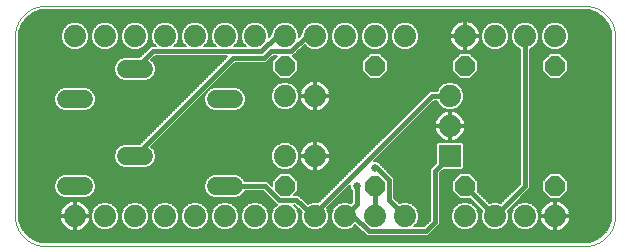
<source format=gtl>
G75*
%MOIN*%
%OFA0B0*%
%FSLAX25Y25*%
%IPPOS*%
%LPD*%
%AMOC8*
5,1,8,0,0,1.08239X$1,22.5*
%
%ADD10C,0.00000*%
%ADD11R,0.07400X0.07400*%
%ADD12C,0.07400*%
%ADD13OC8,0.06600*%
%ADD14C,0.06000*%
%ADD15C,0.00600*%
%ADD16C,0.01600*%
%ADD17C,0.02578*%
D10*
X0021300Y0011300D02*
X0201300Y0011300D01*
X0201542Y0011303D01*
X0201783Y0011312D01*
X0202024Y0011326D01*
X0202265Y0011347D01*
X0202505Y0011373D01*
X0202745Y0011405D01*
X0202984Y0011443D01*
X0203221Y0011486D01*
X0203458Y0011536D01*
X0203693Y0011591D01*
X0203927Y0011651D01*
X0204159Y0011718D01*
X0204390Y0011789D01*
X0204619Y0011867D01*
X0204846Y0011950D01*
X0205071Y0012038D01*
X0205294Y0012132D01*
X0205514Y0012231D01*
X0205732Y0012336D01*
X0205947Y0012445D01*
X0206160Y0012560D01*
X0206370Y0012680D01*
X0206576Y0012805D01*
X0206780Y0012935D01*
X0206981Y0013070D01*
X0207178Y0013210D01*
X0207372Y0013354D01*
X0207562Y0013503D01*
X0207748Y0013657D01*
X0207931Y0013815D01*
X0208110Y0013977D01*
X0208285Y0014144D01*
X0208456Y0014315D01*
X0208623Y0014490D01*
X0208785Y0014669D01*
X0208943Y0014852D01*
X0209097Y0015038D01*
X0209246Y0015228D01*
X0209390Y0015422D01*
X0209530Y0015619D01*
X0209665Y0015820D01*
X0209795Y0016024D01*
X0209920Y0016230D01*
X0210040Y0016440D01*
X0210155Y0016653D01*
X0210264Y0016868D01*
X0210369Y0017086D01*
X0210468Y0017306D01*
X0210562Y0017529D01*
X0210650Y0017754D01*
X0210733Y0017981D01*
X0210811Y0018210D01*
X0210882Y0018441D01*
X0210949Y0018673D01*
X0211009Y0018907D01*
X0211064Y0019142D01*
X0211114Y0019379D01*
X0211157Y0019616D01*
X0211195Y0019855D01*
X0211227Y0020095D01*
X0211253Y0020335D01*
X0211274Y0020576D01*
X0211288Y0020817D01*
X0211297Y0021058D01*
X0211300Y0021300D01*
X0211300Y0081300D01*
X0211297Y0081542D01*
X0211288Y0081783D01*
X0211274Y0082024D01*
X0211253Y0082265D01*
X0211227Y0082505D01*
X0211195Y0082745D01*
X0211157Y0082984D01*
X0211114Y0083221D01*
X0211064Y0083458D01*
X0211009Y0083693D01*
X0210949Y0083927D01*
X0210882Y0084159D01*
X0210811Y0084390D01*
X0210733Y0084619D01*
X0210650Y0084846D01*
X0210562Y0085071D01*
X0210468Y0085294D01*
X0210369Y0085514D01*
X0210264Y0085732D01*
X0210155Y0085947D01*
X0210040Y0086160D01*
X0209920Y0086370D01*
X0209795Y0086576D01*
X0209665Y0086780D01*
X0209530Y0086981D01*
X0209390Y0087178D01*
X0209246Y0087372D01*
X0209097Y0087562D01*
X0208943Y0087748D01*
X0208785Y0087931D01*
X0208623Y0088110D01*
X0208456Y0088285D01*
X0208285Y0088456D01*
X0208110Y0088623D01*
X0207931Y0088785D01*
X0207748Y0088943D01*
X0207562Y0089097D01*
X0207372Y0089246D01*
X0207178Y0089390D01*
X0206981Y0089530D01*
X0206780Y0089665D01*
X0206576Y0089795D01*
X0206370Y0089920D01*
X0206160Y0090040D01*
X0205947Y0090155D01*
X0205732Y0090264D01*
X0205514Y0090369D01*
X0205294Y0090468D01*
X0205071Y0090562D01*
X0204846Y0090650D01*
X0204619Y0090733D01*
X0204390Y0090811D01*
X0204159Y0090882D01*
X0203927Y0090949D01*
X0203693Y0091009D01*
X0203458Y0091064D01*
X0203221Y0091114D01*
X0202984Y0091157D01*
X0202745Y0091195D01*
X0202505Y0091227D01*
X0202265Y0091253D01*
X0202024Y0091274D01*
X0201783Y0091288D01*
X0201542Y0091297D01*
X0201300Y0091300D01*
X0021300Y0091300D01*
X0021058Y0091297D01*
X0020817Y0091288D01*
X0020576Y0091274D01*
X0020335Y0091253D01*
X0020095Y0091227D01*
X0019855Y0091195D01*
X0019616Y0091157D01*
X0019379Y0091114D01*
X0019142Y0091064D01*
X0018907Y0091009D01*
X0018673Y0090949D01*
X0018441Y0090882D01*
X0018210Y0090811D01*
X0017981Y0090733D01*
X0017754Y0090650D01*
X0017529Y0090562D01*
X0017306Y0090468D01*
X0017086Y0090369D01*
X0016868Y0090264D01*
X0016653Y0090155D01*
X0016440Y0090040D01*
X0016230Y0089920D01*
X0016024Y0089795D01*
X0015820Y0089665D01*
X0015619Y0089530D01*
X0015422Y0089390D01*
X0015228Y0089246D01*
X0015038Y0089097D01*
X0014852Y0088943D01*
X0014669Y0088785D01*
X0014490Y0088623D01*
X0014315Y0088456D01*
X0014144Y0088285D01*
X0013977Y0088110D01*
X0013815Y0087931D01*
X0013657Y0087748D01*
X0013503Y0087562D01*
X0013354Y0087372D01*
X0013210Y0087178D01*
X0013070Y0086981D01*
X0012935Y0086780D01*
X0012805Y0086576D01*
X0012680Y0086370D01*
X0012560Y0086160D01*
X0012445Y0085947D01*
X0012336Y0085732D01*
X0012231Y0085514D01*
X0012132Y0085294D01*
X0012038Y0085071D01*
X0011950Y0084846D01*
X0011867Y0084619D01*
X0011789Y0084390D01*
X0011718Y0084159D01*
X0011651Y0083927D01*
X0011591Y0083693D01*
X0011536Y0083458D01*
X0011486Y0083221D01*
X0011443Y0082984D01*
X0011405Y0082745D01*
X0011373Y0082505D01*
X0011347Y0082265D01*
X0011326Y0082024D01*
X0011312Y0081783D01*
X0011303Y0081542D01*
X0011300Y0081300D01*
X0011300Y0021300D01*
X0011303Y0021058D01*
X0011312Y0020817D01*
X0011326Y0020576D01*
X0011347Y0020335D01*
X0011373Y0020095D01*
X0011405Y0019855D01*
X0011443Y0019616D01*
X0011486Y0019379D01*
X0011536Y0019142D01*
X0011591Y0018907D01*
X0011651Y0018673D01*
X0011718Y0018441D01*
X0011789Y0018210D01*
X0011867Y0017981D01*
X0011950Y0017754D01*
X0012038Y0017529D01*
X0012132Y0017306D01*
X0012231Y0017086D01*
X0012336Y0016868D01*
X0012445Y0016653D01*
X0012560Y0016440D01*
X0012680Y0016230D01*
X0012805Y0016024D01*
X0012935Y0015820D01*
X0013070Y0015619D01*
X0013210Y0015422D01*
X0013354Y0015228D01*
X0013503Y0015038D01*
X0013657Y0014852D01*
X0013815Y0014669D01*
X0013977Y0014490D01*
X0014144Y0014315D01*
X0014315Y0014144D01*
X0014490Y0013977D01*
X0014669Y0013815D01*
X0014852Y0013657D01*
X0015038Y0013503D01*
X0015228Y0013354D01*
X0015422Y0013210D01*
X0015619Y0013070D01*
X0015820Y0012935D01*
X0016024Y0012805D01*
X0016230Y0012680D01*
X0016440Y0012560D01*
X0016653Y0012445D01*
X0016868Y0012336D01*
X0017086Y0012231D01*
X0017306Y0012132D01*
X0017529Y0012038D01*
X0017754Y0011950D01*
X0017981Y0011867D01*
X0018210Y0011789D01*
X0018441Y0011718D01*
X0018673Y0011651D01*
X0018907Y0011591D01*
X0019142Y0011536D01*
X0019379Y0011486D01*
X0019616Y0011443D01*
X0019855Y0011405D01*
X0020095Y0011373D01*
X0020335Y0011347D01*
X0020576Y0011326D01*
X0020817Y0011312D01*
X0021058Y0011303D01*
X0021300Y0011300D01*
D11*
X0156300Y0041300D03*
D12*
X0156300Y0051300D03*
X0156300Y0061300D03*
X0161300Y0081300D03*
X0171300Y0081300D03*
X0181300Y0081300D03*
X0191300Y0081300D03*
X0141300Y0081300D03*
X0131300Y0081300D03*
X0121300Y0081300D03*
X0111300Y0081300D03*
X0101300Y0081300D03*
X0091300Y0081300D03*
X0081300Y0081300D03*
X0071300Y0081300D03*
X0061300Y0081300D03*
X0051300Y0081300D03*
X0041300Y0081300D03*
X0031300Y0081300D03*
X0101300Y0061300D03*
X0111300Y0061300D03*
X0111300Y0041300D03*
X0101300Y0041300D03*
X0101300Y0021300D03*
X0091300Y0021300D03*
X0081300Y0021300D03*
X0071300Y0021300D03*
X0061300Y0021300D03*
X0051300Y0021300D03*
X0041300Y0021300D03*
X0031300Y0021300D03*
X0111300Y0021300D03*
X0121300Y0021300D03*
X0131300Y0021300D03*
X0141300Y0021300D03*
X0161300Y0021300D03*
X0171300Y0021300D03*
X0181300Y0021300D03*
X0191300Y0021300D03*
D13*
X0191300Y0031300D03*
X0161300Y0031300D03*
X0131300Y0031300D03*
X0101300Y0031300D03*
X0101300Y0071300D03*
X0131300Y0071300D03*
X0161300Y0071300D03*
X0191300Y0071300D03*
D14*
X0084300Y0060300D02*
X0078300Y0060300D01*
X0054300Y0070300D02*
X0048300Y0070300D01*
X0034300Y0060300D02*
X0028300Y0060300D01*
X0048300Y0041300D02*
X0054300Y0041300D01*
X0034300Y0031300D02*
X0028300Y0031300D01*
X0078300Y0031300D02*
X0084300Y0031300D01*
D15*
X0087817Y0033000D02*
X0087606Y0033509D01*
X0086509Y0034606D01*
X0085076Y0035200D01*
X0077524Y0035200D01*
X0076091Y0034606D01*
X0074994Y0033509D01*
X0074400Y0032076D01*
X0074400Y0030524D01*
X0074994Y0029091D01*
X0076091Y0027994D01*
X0077524Y0027400D01*
X0085076Y0027400D01*
X0086509Y0027994D01*
X0087606Y0029091D01*
X0087817Y0029600D01*
X0093949Y0029600D01*
X0097653Y0025896D01*
X0098522Y0025027D01*
X0097400Y0023906D01*
X0096700Y0022215D01*
X0096700Y0020385D01*
X0097400Y0018694D01*
X0098694Y0017400D01*
X0100385Y0016700D01*
X0102215Y0016700D01*
X0103906Y0017400D01*
X0105200Y0018694D01*
X0105900Y0020385D01*
X0105900Y0022215D01*
X0105200Y0023906D01*
X0104205Y0024900D01*
X0104380Y0024900D01*
X0106925Y0022759D01*
X0106700Y0022215D01*
X0106700Y0020385D01*
X0107400Y0018694D01*
X0108694Y0017400D01*
X0110385Y0016700D01*
X0112215Y0016700D01*
X0113906Y0017400D01*
X0115200Y0018694D01*
X0115900Y0020385D01*
X0115900Y0022215D01*
X0115232Y0023828D01*
X0123111Y0031707D01*
X0123111Y0030393D01*
X0123600Y0029904D01*
X0123600Y0026004D01*
X0123121Y0025525D01*
X0122215Y0025900D01*
X0120385Y0025900D01*
X0118694Y0025200D01*
X0117400Y0023906D01*
X0116700Y0022215D01*
X0116700Y0020385D01*
X0117400Y0018694D01*
X0118694Y0017400D01*
X0120385Y0016700D01*
X0122215Y0016700D01*
X0123906Y0017400D01*
X0124744Y0018239D01*
X0128483Y0014500D01*
X0149117Y0014500D01*
X0150112Y0015496D01*
X0152104Y0017488D01*
X0153100Y0018483D01*
X0153100Y0035696D01*
X0154104Y0036700D01*
X0160373Y0036700D01*
X0160900Y0037227D01*
X0160900Y0045373D01*
X0160373Y0045900D01*
X0152227Y0045900D01*
X0151700Y0045373D01*
X0151700Y0039104D01*
X0150696Y0038100D01*
X0149700Y0037104D01*
X0149700Y0019892D01*
X0147708Y0017900D01*
X0144405Y0017900D01*
X0145200Y0018694D01*
X0145900Y0020385D01*
X0145900Y0022215D01*
X0145200Y0023906D01*
X0143906Y0025200D01*
X0142215Y0025900D01*
X0140385Y0025900D01*
X0139479Y0025525D01*
X0137700Y0027304D01*
X0137700Y0033951D01*
X0136704Y0034947D01*
X0133489Y0038162D01*
X0133489Y0038207D01*
X0132207Y0039489D01*
X0130893Y0039489D01*
X0151004Y0059600D01*
X0152025Y0059600D01*
X0152400Y0058694D01*
X0153694Y0057400D01*
X0155385Y0056700D01*
X0157215Y0056700D01*
X0158906Y0057400D01*
X0160200Y0058694D01*
X0160900Y0060385D01*
X0160900Y0062215D01*
X0160200Y0063906D01*
X0158906Y0065200D01*
X0157215Y0065900D01*
X0155385Y0065900D01*
X0153694Y0065200D01*
X0152400Y0063906D01*
X0152025Y0063000D01*
X0149596Y0063000D01*
X0112414Y0025818D01*
X0112215Y0025900D01*
X0110385Y0025900D01*
X0109104Y0025369D01*
X0106150Y0027854D01*
X0105704Y0028300D01*
X0105620Y0028300D01*
X0105556Y0028354D01*
X0104927Y0028300D01*
X0104240Y0028300D01*
X0105500Y0029560D01*
X0105500Y0033040D01*
X0103040Y0035500D01*
X0099560Y0035500D01*
X0097100Y0033040D01*
X0097100Y0031257D01*
X0095357Y0033000D01*
X0087817Y0033000D01*
X0087633Y0033445D02*
X0097505Y0033445D01*
X0097100Y0032846D02*
X0095511Y0032846D01*
X0096109Y0032248D02*
X0097100Y0032248D01*
X0097100Y0031649D02*
X0096708Y0031649D01*
X0094294Y0029255D02*
X0087674Y0029255D01*
X0087172Y0028657D02*
X0094892Y0028657D01*
X0095491Y0028058D02*
X0086574Y0028058D01*
X0085220Y0027460D02*
X0096089Y0027460D01*
X0096688Y0026861D02*
X0012600Y0026861D01*
X0012600Y0026263D02*
X0030672Y0026263D01*
X0030906Y0026300D02*
X0030129Y0026177D01*
X0029381Y0025934D01*
X0028679Y0025576D01*
X0028043Y0025114D01*
X0027486Y0024557D01*
X0027024Y0023921D01*
X0026666Y0023219D01*
X0026423Y0022471D01*
X0026300Y0021694D01*
X0026300Y0021600D01*
X0031000Y0021600D01*
X0031000Y0026300D01*
X0030906Y0026300D01*
X0031000Y0026263D02*
X0031600Y0026263D01*
X0031600Y0026300D02*
X0031600Y0021600D01*
X0031000Y0021600D01*
X0031000Y0021000D01*
X0026300Y0021000D01*
X0026300Y0020906D01*
X0026423Y0020129D01*
X0026666Y0019381D01*
X0027024Y0018679D01*
X0027486Y0018043D01*
X0028043Y0017486D01*
X0028679Y0017024D01*
X0029381Y0016666D01*
X0030129Y0016423D01*
X0030906Y0016300D01*
X0031000Y0016300D01*
X0031000Y0021000D01*
X0031600Y0021000D01*
X0031600Y0021600D01*
X0036300Y0021600D01*
X0036300Y0021694D01*
X0036177Y0022471D01*
X0035934Y0023219D01*
X0035576Y0023921D01*
X0035114Y0024557D01*
X0034557Y0025114D01*
X0033921Y0025576D01*
X0033219Y0025934D01*
X0032471Y0026177D01*
X0031694Y0026300D01*
X0031600Y0026300D01*
X0031928Y0026263D02*
X0097286Y0026263D01*
X0097885Y0025664D02*
X0092784Y0025664D01*
X0092215Y0025900D02*
X0090385Y0025900D01*
X0088694Y0025200D01*
X0087400Y0023906D01*
X0086700Y0022215D01*
X0086700Y0020385D01*
X0087400Y0018694D01*
X0088694Y0017400D01*
X0090385Y0016700D01*
X0092215Y0016700D01*
X0093906Y0017400D01*
X0095200Y0018694D01*
X0095900Y0020385D01*
X0095900Y0022215D01*
X0095200Y0023906D01*
X0093906Y0025200D01*
X0092215Y0025900D01*
X0094040Y0025066D02*
X0098483Y0025066D01*
X0097962Y0024467D02*
X0094638Y0024467D01*
X0095215Y0023869D02*
X0097385Y0023869D01*
X0097137Y0023270D02*
X0095463Y0023270D01*
X0095711Y0022672D02*
X0096889Y0022672D01*
X0096700Y0022073D02*
X0095900Y0022073D01*
X0095900Y0021475D02*
X0096700Y0021475D01*
X0096700Y0020876D02*
X0095900Y0020876D01*
X0095856Y0020278D02*
X0096744Y0020278D01*
X0096992Y0019679D02*
X0095608Y0019679D01*
X0095360Y0019081D02*
X0097240Y0019081D01*
X0097612Y0018482D02*
X0094988Y0018482D01*
X0094389Y0017884D02*
X0098211Y0017884D01*
X0098972Y0017285D02*
X0093628Y0017285D01*
X0088972Y0017285D02*
X0083628Y0017285D01*
X0083906Y0017400D02*
X0085200Y0018694D01*
X0085900Y0020385D01*
X0085900Y0022215D01*
X0085200Y0023906D01*
X0083906Y0025200D01*
X0082215Y0025900D01*
X0080385Y0025900D01*
X0078694Y0025200D01*
X0077400Y0023906D01*
X0076700Y0022215D01*
X0076700Y0020385D01*
X0077400Y0018694D01*
X0078694Y0017400D01*
X0080385Y0016700D01*
X0082215Y0016700D01*
X0083906Y0017400D01*
X0084389Y0017884D02*
X0088211Y0017884D01*
X0087612Y0018482D02*
X0084988Y0018482D01*
X0085360Y0019081D02*
X0087240Y0019081D01*
X0086992Y0019679D02*
X0085608Y0019679D01*
X0085856Y0020278D02*
X0086744Y0020278D01*
X0086700Y0020876D02*
X0085900Y0020876D01*
X0085900Y0021475D02*
X0086700Y0021475D01*
X0086700Y0022073D02*
X0085900Y0022073D01*
X0085711Y0022672D02*
X0086889Y0022672D01*
X0087137Y0023270D02*
X0085463Y0023270D01*
X0085215Y0023869D02*
X0087385Y0023869D01*
X0087962Y0024467D02*
X0084638Y0024467D01*
X0084040Y0025066D02*
X0088560Y0025066D01*
X0089816Y0025664D02*
X0082784Y0025664D01*
X0079816Y0025664D02*
X0072784Y0025664D01*
X0072215Y0025900D02*
X0070385Y0025900D01*
X0068694Y0025200D01*
X0067400Y0023906D01*
X0066700Y0022215D01*
X0066700Y0020385D01*
X0067400Y0018694D01*
X0068694Y0017400D01*
X0070385Y0016700D01*
X0072215Y0016700D01*
X0073906Y0017400D01*
X0075200Y0018694D01*
X0075900Y0020385D01*
X0075900Y0022215D01*
X0075200Y0023906D01*
X0073906Y0025200D01*
X0072215Y0025900D01*
X0074040Y0025066D02*
X0078560Y0025066D01*
X0077962Y0024467D02*
X0074638Y0024467D01*
X0075215Y0023869D02*
X0077385Y0023869D01*
X0077137Y0023270D02*
X0075463Y0023270D01*
X0075711Y0022672D02*
X0076889Y0022672D01*
X0076700Y0022073D02*
X0075900Y0022073D01*
X0075900Y0021475D02*
X0076700Y0021475D01*
X0076700Y0020876D02*
X0075900Y0020876D01*
X0075856Y0020278D02*
X0076744Y0020278D01*
X0076992Y0019679D02*
X0075608Y0019679D01*
X0075360Y0019081D02*
X0077240Y0019081D01*
X0077612Y0018482D02*
X0074988Y0018482D01*
X0074389Y0017884D02*
X0078211Y0017884D01*
X0078972Y0017285D02*
X0073628Y0017285D01*
X0068972Y0017285D02*
X0063628Y0017285D01*
X0063906Y0017400D02*
X0065200Y0018694D01*
X0065900Y0020385D01*
X0065900Y0022215D01*
X0065200Y0023906D01*
X0063906Y0025200D01*
X0062215Y0025900D01*
X0060385Y0025900D01*
X0058694Y0025200D01*
X0057400Y0023906D01*
X0056700Y0022215D01*
X0056700Y0020385D01*
X0057400Y0018694D01*
X0058694Y0017400D01*
X0060385Y0016700D01*
X0062215Y0016700D01*
X0063906Y0017400D01*
X0064389Y0017884D02*
X0068211Y0017884D01*
X0067612Y0018482D02*
X0064988Y0018482D01*
X0065360Y0019081D02*
X0067240Y0019081D01*
X0066992Y0019679D02*
X0065608Y0019679D01*
X0065856Y0020278D02*
X0066744Y0020278D01*
X0066700Y0020876D02*
X0065900Y0020876D01*
X0065900Y0021475D02*
X0066700Y0021475D01*
X0066700Y0022073D02*
X0065900Y0022073D01*
X0065711Y0022672D02*
X0066889Y0022672D01*
X0067137Y0023270D02*
X0065463Y0023270D01*
X0065215Y0023869D02*
X0067385Y0023869D01*
X0067962Y0024467D02*
X0064638Y0024467D01*
X0064040Y0025066D02*
X0068560Y0025066D01*
X0069816Y0025664D02*
X0062784Y0025664D01*
X0059816Y0025664D02*
X0052784Y0025664D01*
X0052215Y0025900D02*
X0053906Y0025200D01*
X0055200Y0023906D01*
X0055900Y0022215D01*
X0055900Y0020385D01*
X0055200Y0018694D01*
X0053906Y0017400D01*
X0052215Y0016700D01*
X0050385Y0016700D01*
X0048694Y0017400D01*
X0047400Y0018694D01*
X0046700Y0020385D01*
X0046700Y0022215D01*
X0047400Y0023906D01*
X0048694Y0025200D01*
X0050385Y0025900D01*
X0052215Y0025900D01*
X0054040Y0025066D02*
X0058560Y0025066D01*
X0057962Y0024467D02*
X0054638Y0024467D01*
X0055215Y0023869D02*
X0057385Y0023869D01*
X0057137Y0023270D02*
X0055463Y0023270D01*
X0055711Y0022672D02*
X0056889Y0022672D01*
X0056700Y0022073D02*
X0055900Y0022073D01*
X0055900Y0021475D02*
X0056700Y0021475D01*
X0056700Y0020876D02*
X0055900Y0020876D01*
X0055856Y0020278D02*
X0056744Y0020278D01*
X0056992Y0019679D02*
X0055608Y0019679D01*
X0055360Y0019081D02*
X0057240Y0019081D01*
X0057612Y0018482D02*
X0054988Y0018482D01*
X0054389Y0017884D02*
X0058211Y0017884D01*
X0058972Y0017285D02*
X0053628Y0017285D01*
X0048972Y0017285D02*
X0043628Y0017285D01*
X0043906Y0017400D02*
X0045200Y0018694D01*
X0045900Y0020385D01*
X0045900Y0022215D01*
X0045200Y0023906D01*
X0043906Y0025200D01*
X0042215Y0025900D01*
X0040385Y0025900D01*
X0038694Y0025200D01*
X0037400Y0023906D01*
X0036700Y0022215D01*
X0036700Y0020385D01*
X0037400Y0018694D01*
X0038694Y0017400D01*
X0040385Y0016700D01*
X0042215Y0016700D01*
X0043906Y0017400D01*
X0044389Y0017884D02*
X0048211Y0017884D01*
X0047612Y0018482D02*
X0044988Y0018482D01*
X0045360Y0019081D02*
X0047240Y0019081D01*
X0046992Y0019679D02*
X0045608Y0019679D01*
X0045856Y0020278D02*
X0046744Y0020278D01*
X0046700Y0020876D02*
X0045900Y0020876D01*
X0045900Y0021475D02*
X0046700Y0021475D01*
X0046700Y0022073D02*
X0045900Y0022073D01*
X0045711Y0022672D02*
X0046889Y0022672D01*
X0047137Y0023270D02*
X0045463Y0023270D01*
X0045215Y0023869D02*
X0047385Y0023869D01*
X0047962Y0024467D02*
X0044638Y0024467D01*
X0044040Y0025066D02*
X0048560Y0025066D01*
X0049816Y0025664D02*
X0042784Y0025664D01*
X0039816Y0025664D02*
X0033748Y0025664D01*
X0034605Y0025066D02*
X0038560Y0025066D01*
X0037962Y0024467D02*
X0035179Y0024467D01*
X0035603Y0023869D02*
X0037385Y0023869D01*
X0037137Y0023270D02*
X0035908Y0023270D01*
X0036112Y0022672D02*
X0036889Y0022672D01*
X0036700Y0022073D02*
X0036240Y0022073D01*
X0036700Y0021475D02*
X0031600Y0021475D01*
X0031600Y0021000D02*
X0036300Y0021000D01*
X0036300Y0020906D01*
X0036177Y0020129D01*
X0035934Y0019381D01*
X0035576Y0018679D01*
X0035114Y0018043D01*
X0034557Y0017486D01*
X0033921Y0017024D01*
X0033219Y0016666D01*
X0032471Y0016423D01*
X0031694Y0016300D01*
X0031600Y0016300D01*
X0031600Y0021000D01*
X0031600Y0020876D02*
X0031000Y0020876D01*
X0031000Y0020278D02*
X0031600Y0020278D01*
X0031600Y0019679D02*
X0031000Y0019679D01*
X0031000Y0019081D02*
X0031600Y0019081D01*
X0031600Y0018482D02*
X0031000Y0018482D01*
X0031000Y0017884D02*
X0031600Y0017884D01*
X0031600Y0017285D02*
X0031000Y0017285D01*
X0031000Y0016687D02*
X0031600Y0016687D01*
X0033259Y0016687D02*
X0126297Y0016687D01*
X0125698Y0017285D02*
X0123628Y0017285D01*
X0124389Y0017884D02*
X0125100Y0017884D01*
X0126895Y0016088D02*
X0014465Y0016088D01*
X0014030Y0016687D02*
X0029341Y0016687D01*
X0028319Y0017285D02*
X0013596Y0017285D01*
X0013548Y0017350D02*
X0012707Y0019939D01*
X0012600Y0021300D01*
X0012600Y0081300D01*
X0012707Y0082661D01*
X0013548Y0085250D01*
X0015148Y0087452D01*
X0017350Y0089052D01*
X0019939Y0089893D01*
X0021300Y0090000D01*
X0201300Y0090000D01*
X0202661Y0089893D01*
X0205250Y0089052D01*
X0207452Y0087452D01*
X0209052Y0085250D01*
X0209893Y0082661D01*
X0210000Y0081300D01*
X0210000Y0021300D01*
X0209893Y0019939D01*
X0209052Y0017350D01*
X0207452Y0015148D01*
X0205250Y0013548D01*
X0202661Y0012707D01*
X0201300Y0012600D01*
X0200762Y0012600D01*
X0021300Y0012600D01*
X0019939Y0012707D01*
X0017350Y0013548D01*
X0015148Y0015148D01*
X0013548Y0017350D01*
X0013375Y0017884D02*
X0027645Y0017884D01*
X0027167Y0018482D02*
X0013180Y0018482D01*
X0012986Y0019081D02*
X0026819Y0019081D01*
X0026569Y0019679D02*
X0012792Y0019679D01*
X0012680Y0020278D02*
X0026400Y0020278D01*
X0026305Y0020876D02*
X0012633Y0020876D01*
X0012600Y0021475D02*
X0031000Y0021475D01*
X0031000Y0022073D02*
X0031600Y0022073D01*
X0031600Y0022672D02*
X0031000Y0022672D01*
X0031000Y0023270D02*
X0031600Y0023270D01*
X0031600Y0023869D02*
X0031000Y0023869D01*
X0031000Y0024467D02*
X0031600Y0024467D01*
X0031600Y0025066D02*
X0031000Y0025066D01*
X0031000Y0025664D02*
X0031600Y0025664D01*
X0028852Y0025664D02*
X0012600Y0025664D01*
X0012600Y0025066D02*
X0027995Y0025066D01*
X0027421Y0024467D02*
X0012600Y0024467D01*
X0012600Y0023869D02*
X0026997Y0023869D01*
X0026692Y0023270D02*
X0012600Y0023270D01*
X0012600Y0022672D02*
X0026488Y0022672D01*
X0026360Y0022073D02*
X0012600Y0022073D01*
X0012600Y0027460D02*
X0027380Y0027460D01*
X0027524Y0027400D02*
X0035076Y0027400D01*
X0036509Y0027994D01*
X0037606Y0029091D01*
X0038200Y0030524D01*
X0038200Y0032076D01*
X0037606Y0033509D01*
X0036509Y0034606D01*
X0035076Y0035200D01*
X0027524Y0035200D01*
X0026091Y0034606D01*
X0024994Y0033509D01*
X0024400Y0032076D01*
X0024400Y0030524D01*
X0024994Y0029091D01*
X0026091Y0027994D01*
X0027524Y0027400D01*
X0026026Y0028058D02*
X0012600Y0028058D01*
X0012600Y0028657D02*
X0025428Y0028657D01*
X0024926Y0029255D02*
X0012600Y0029255D01*
X0012600Y0029854D02*
X0024678Y0029854D01*
X0024430Y0030452D02*
X0012600Y0030452D01*
X0012600Y0031051D02*
X0024400Y0031051D01*
X0024400Y0031649D02*
X0012600Y0031649D01*
X0012600Y0032248D02*
X0024471Y0032248D01*
X0024719Y0032846D02*
X0012600Y0032846D01*
X0012600Y0033445D02*
X0024967Y0033445D01*
X0025528Y0034043D02*
X0012600Y0034043D01*
X0012600Y0034642D02*
X0026177Y0034642D01*
X0036423Y0034642D02*
X0076177Y0034642D01*
X0075528Y0034043D02*
X0037072Y0034043D01*
X0037633Y0033445D02*
X0074967Y0033445D01*
X0074719Y0032846D02*
X0037881Y0032846D01*
X0038129Y0032248D02*
X0074471Y0032248D01*
X0074400Y0031649D02*
X0038200Y0031649D01*
X0038200Y0031051D02*
X0074400Y0031051D01*
X0074430Y0030452D02*
X0038170Y0030452D01*
X0037922Y0029854D02*
X0074678Y0029854D01*
X0074926Y0029255D02*
X0037674Y0029255D01*
X0037172Y0028657D02*
X0075428Y0028657D01*
X0076026Y0028058D02*
X0036574Y0028058D01*
X0035220Y0027460D02*
X0077380Y0027460D01*
X0086423Y0034642D02*
X0098702Y0034642D01*
X0098104Y0034043D02*
X0087072Y0034043D01*
X0097400Y0038694D02*
X0098694Y0037400D01*
X0100385Y0036700D01*
X0102215Y0036700D01*
X0103906Y0037400D01*
X0105200Y0038694D01*
X0105900Y0040385D01*
X0105900Y0042215D01*
X0105200Y0043906D01*
X0103906Y0045200D01*
X0102215Y0045900D01*
X0100385Y0045900D01*
X0098694Y0045200D01*
X0097400Y0043906D01*
X0096700Y0042215D01*
X0096700Y0040385D01*
X0097400Y0038694D01*
X0097343Y0038832D02*
X0057347Y0038832D01*
X0057606Y0039091D02*
X0058200Y0040524D01*
X0058200Y0042076D01*
X0057606Y0043509D01*
X0056760Y0044356D01*
X0084704Y0072300D01*
X0095028Y0072300D01*
X0097228Y0074500D01*
X0098560Y0074500D01*
X0097100Y0073040D01*
X0097100Y0069560D01*
X0099560Y0067100D01*
X0103040Y0067100D01*
X0105500Y0069560D01*
X0105500Y0073040D01*
X0104040Y0074500D01*
X0104117Y0074500D01*
X0105112Y0075496D01*
X0107856Y0078239D01*
X0108694Y0077400D01*
X0110385Y0076700D01*
X0112215Y0076700D01*
X0113906Y0077400D01*
X0115200Y0078694D01*
X0115900Y0080385D01*
X0115900Y0082215D01*
X0115200Y0083906D01*
X0113906Y0085200D01*
X0112215Y0085900D01*
X0110385Y0085900D01*
X0108694Y0085200D01*
X0107400Y0083906D01*
X0106700Y0082215D01*
X0106700Y0081892D01*
X0105900Y0081092D01*
X0105900Y0082215D01*
X0105200Y0083906D01*
X0103906Y0085200D01*
X0102215Y0085900D01*
X0100385Y0085900D01*
X0098694Y0085200D01*
X0097400Y0083906D01*
X0096700Y0082215D01*
X0096700Y0081892D01*
X0095900Y0081092D01*
X0095900Y0082215D01*
X0095200Y0083906D01*
X0093906Y0085200D01*
X0092215Y0085900D01*
X0090385Y0085900D01*
X0088694Y0085200D01*
X0087400Y0083906D01*
X0086700Y0082215D01*
X0086700Y0080385D01*
X0087400Y0078694D01*
X0088195Y0077900D01*
X0084405Y0077900D01*
X0085200Y0078694D01*
X0085900Y0080385D01*
X0085900Y0082215D01*
X0085200Y0083906D01*
X0083906Y0085200D01*
X0082215Y0085900D01*
X0080385Y0085900D01*
X0078694Y0085200D01*
X0077400Y0083906D01*
X0076700Y0082215D01*
X0076700Y0080385D01*
X0077400Y0078694D01*
X0078195Y0077900D01*
X0074405Y0077900D01*
X0075200Y0078694D01*
X0075900Y0080385D01*
X0075900Y0082215D01*
X0075200Y0083906D01*
X0073906Y0085200D01*
X0072215Y0085900D01*
X0070385Y0085900D01*
X0068694Y0085200D01*
X0067400Y0083906D01*
X0066700Y0082215D01*
X0066700Y0080385D01*
X0067400Y0078694D01*
X0068195Y0077900D01*
X0064405Y0077900D01*
X0065200Y0078694D01*
X0065900Y0080385D01*
X0065900Y0082215D01*
X0065200Y0083906D01*
X0063906Y0085200D01*
X0062215Y0085900D01*
X0060385Y0085900D01*
X0058694Y0085200D01*
X0057400Y0083906D01*
X0056700Y0082215D01*
X0056700Y0080385D01*
X0057400Y0078694D01*
X0058195Y0077900D01*
X0056496Y0077900D01*
X0055500Y0076904D01*
X0052796Y0074200D01*
X0047524Y0074200D01*
X0046091Y0073606D01*
X0044994Y0072509D01*
X0044400Y0071076D01*
X0044400Y0069524D01*
X0044994Y0068091D01*
X0046091Y0066994D01*
X0047524Y0066400D01*
X0055076Y0066400D01*
X0056509Y0066994D01*
X0057606Y0068091D01*
X0058200Y0069524D01*
X0058200Y0071076D01*
X0057606Y0072509D01*
X0056760Y0073356D01*
X0057904Y0074500D01*
X0082096Y0074500D01*
X0052796Y0045200D01*
X0047524Y0045200D01*
X0046091Y0044606D01*
X0044994Y0043509D01*
X0044400Y0042076D01*
X0044400Y0040524D01*
X0044994Y0039091D01*
X0046091Y0037994D01*
X0047524Y0037400D01*
X0055076Y0037400D01*
X0056509Y0037994D01*
X0057606Y0039091D01*
X0057747Y0039430D02*
X0097096Y0039430D01*
X0096848Y0040029D02*
X0057995Y0040029D01*
X0058200Y0040627D02*
X0096700Y0040627D01*
X0096700Y0041226D02*
X0058200Y0041226D01*
X0058200Y0041824D02*
X0096700Y0041824D01*
X0096786Y0042423D02*
X0058056Y0042423D01*
X0057808Y0043021D02*
X0097034Y0043021D01*
X0097282Y0043620D02*
X0057496Y0043620D01*
X0056897Y0044218D02*
X0097713Y0044218D01*
X0098311Y0044817D02*
X0057221Y0044817D01*
X0057819Y0045415D02*
X0099214Y0045415D01*
X0103386Y0045415D02*
X0108458Y0045415D01*
X0108679Y0045576D02*
X0108043Y0045114D01*
X0107486Y0044557D01*
X0107024Y0043921D01*
X0106666Y0043219D01*
X0106423Y0042471D01*
X0106300Y0041694D01*
X0106300Y0041600D01*
X0111000Y0041600D01*
X0111000Y0046300D01*
X0110906Y0046300D01*
X0110129Y0046177D01*
X0109381Y0045934D01*
X0108679Y0045576D01*
X0109627Y0046014D02*
X0058418Y0046014D01*
X0059016Y0046612D02*
X0133208Y0046612D01*
X0132610Y0046014D02*
X0112973Y0046014D01*
X0113219Y0045934D02*
X0112471Y0046177D01*
X0111694Y0046300D01*
X0111600Y0046300D01*
X0111600Y0041600D01*
X0116300Y0041600D01*
X0116300Y0041694D01*
X0116177Y0042471D01*
X0115934Y0043219D01*
X0115576Y0043921D01*
X0115114Y0044557D01*
X0114557Y0045114D01*
X0113921Y0045576D01*
X0113219Y0045934D01*
X0114142Y0045415D02*
X0132011Y0045415D01*
X0131412Y0044817D02*
X0114854Y0044817D01*
X0115360Y0044218D02*
X0130814Y0044218D01*
X0130215Y0043620D02*
X0115730Y0043620D01*
X0115998Y0043021D02*
X0129617Y0043021D01*
X0129018Y0042423D02*
X0116185Y0042423D01*
X0116279Y0041824D02*
X0128420Y0041824D01*
X0127821Y0041226D02*
X0111600Y0041226D01*
X0111600Y0041000D02*
X0111600Y0041600D01*
X0111000Y0041600D01*
X0111000Y0041000D01*
X0111600Y0041000D01*
X0116300Y0041000D01*
X0116300Y0040906D01*
X0116177Y0040129D01*
X0115934Y0039381D01*
X0115576Y0038679D01*
X0115114Y0038043D01*
X0114557Y0037486D01*
X0113921Y0037024D01*
X0113219Y0036666D01*
X0112471Y0036423D01*
X0111694Y0036300D01*
X0111600Y0036300D01*
X0111600Y0041000D01*
X0111600Y0040627D02*
X0111000Y0040627D01*
X0111000Y0041000D02*
X0111000Y0036300D01*
X0110906Y0036300D01*
X0110129Y0036423D01*
X0109381Y0036666D01*
X0108679Y0037024D01*
X0108043Y0037486D01*
X0107486Y0038043D01*
X0107024Y0038679D01*
X0106666Y0039381D01*
X0106423Y0040129D01*
X0106300Y0040906D01*
X0106300Y0041000D01*
X0111000Y0041000D01*
X0111000Y0041226D02*
X0105900Y0041226D01*
X0105900Y0041824D02*
X0106321Y0041824D01*
X0106415Y0042423D02*
X0105814Y0042423D01*
X0105566Y0043021D02*
X0106602Y0043021D01*
X0106870Y0043620D02*
X0105318Y0043620D01*
X0104887Y0044218D02*
X0107240Y0044218D01*
X0107746Y0044817D02*
X0104289Y0044817D01*
X0105900Y0040627D02*
X0106344Y0040627D01*
X0106456Y0040029D02*
X0105752Y0040029D01*
X0105504Y0039430D02*
X0106650Y0039430D01*
X0106946Y0038832D02*
X0105257Y0038832D01*
X0104738Y0038233D02*
X0107348Y0038233D01*
X0107894Y0037634D02*
X0104140Y0037634D01*
X0103026Y0037036D02*
X0108662Y0037036D01*
X0110085Y0036437D02*
X0012600Y0036437D01*
X0012600Y0035839D02*
X0122435Y0035839D01*
X0123033Y0036437D02*
X0112515Y0036437D01*
X0111600Y0036437D02*
X0111000Y0036437D01*
X0111000Y0037036D02*
X0111600Y0037036D01*
X0111600Y0037634D02*
X0111000Y0037634D01*
X0111000Y0038233D02*
X0111600Y0038233D01*
X0111600Y0038832D02*
X0111000Y0038832D01*
X0111000Y0039430D02*
X0111600Y0039430D01*
X0111600Y0040029D02*
X0111000Y0040029D01*
X0111000Y0041824D02*
X0111600Y0041824D01*
X0111600Y0042423D02*
X0111000Y0042423D01*
X0111000Y0043021D02*
X0111600Y0043021D01*
X0111600Y0043620D02*
X0111000Y0043620D01*
X0111000Y0044218D02*
X0111600Y0044218D01*
X0111600Y0044817D02*
X0111000Y0044817D01*
X0111000Y0045415D02*
X0111600Y0045415D01*
X0111600Y0046014D02*
X0111000Y0046014D01*
X0116256Y0040627D02*
X0127223Y0040627D01*
X0126624Y0040029D02*
X0116144Y0040029D01*
X0115950Y0039430D02*
X0126026Y0039430D01*
X0125427Y0038832D02*
X0115654Y0038832D01*
X0115252Y0038233D02*
X0124829Y0038233D01*
X0124230Y0037634D02*
X0114706Y0037634D01*
X0113938Y0037036D02*
X0123632Y0037036D01*
X0121836Y0035240D02*
X0103299Y0035240D01*
X0103898Y0034642D02*
X0121238Y0034642D01*
X0120639Y0034043D02*
X0104496Y0034043D01*
X0105095Y0033445D02*
X0120041Y0033445D01*
X0119442Y0032846D02*
X0105500Y0032846D01*
X0105500Y0032248D02*
X0118844Y0032248D01*
X0118245Y0031649D02*
X0105500Y0031649D01*
X0105500Y0031051D02*
X0117647Y0031051D01*
X0117048Y0030452D02*
X0105500Y0030452D01*
X0105500Y0029854D02*
X0116450Y0029854D01*
X0115851Y0029255D02*
X0105195Y0029255D01*
X0104597Y0028657D02*
X0115253Y0028657D01*
X0114654Y0028058D02*
X0105946Y0028058D01*
X0106619Y0027460D02*
X0114056Y0027460D01*
X0113457Y0026861D02*
X0107330Y0026861D01*
X0108042Y0026263D02*
X0112859Y0026263D01*
X0109816Y0025664D02*
X0108753Y0025664D01*
X0105606Y0023869D02*
X0105215Y0023869D01*
X0105463Y0023270D02*
X0106317Y0023270D01*
X0106889Y0022672D02*
X0105711Y0022672D01*
X0105900Y0022073D02*
X0106700Y0022073D01*
X0106700Y0021475D02*
X0105900Y0021475D01*
X0105900Y0020876D02*
X0106700Y0020876D01*
X0106744Y0020278D02*
X0105856Y0020278D01*
X0105608Y0019679D02*
X0106992Y0019679D01*
X0107240Y0019081D02*
X0105360Y0019081D01*
X0104988Y0018482D02*
X0107612Y0018482D01*
X0108211Y0017884D02*
X0104389Y0017884D01*
X0103628Y0017285D02*
X0108972Y0017285D01*
X0113628Y0017285D02*
X0118972Y0017285D01*
X0118211Y0017884D02*
X0114389Y0017884D01*
X0114988Y0018482D02*
X0117612Y0018482D01*
X0117240Y0019081D02*
X0115360Y0019081D01*
X0115608Y0019679D02*
X0116992Y0019679D01*
X0116744Y0020278D02*
X0115856Y0020278D01*
X0115900Y0020876D02*
X0116700Y0020876D01*
X0116700Y0021475D02*
X0115900Y0021475D01*
X0115900Y0022073D02*
X0116700Y0022073D01*
X0116889Y0022672D02*
X0115711Y0022672D01*
X0115463Y0023270D02*
X0117137Y0023270D01*
X0117385Y0023869D02*
X0115273Y0023869D01*
X0115871Y0024467D02*
X0117962Y0024467D01*
X0118560Y0025066D02*
X0116470Y0025066D01*
X0117068Y0025664D02*
X0119816Y0025664D01*
X0118265Y0026861D02*
X0123600Y0026861D01*
X0123600Y0026263D02*
X0117667Y0026263D01*
X0118864Y0027460D02*
X0123600Y0027460D01*
X0123600Y0028058D02*
X0119462Y0028058D01*
X0120061Y0028657D02*
X0123600Y0028657D01*
X0123600Y0029255D02*
X0120659Y0029255D01*
X0121258Y0029854D02*
X0123600Y0029854D01*
X0123111Y0030452D02*
X0121857Y0030452D01*
X0122455Y0031051D02*
X0123111Y0031051D01*
X0123111Y0031649D02*
X0123054Y0031649D01*
X0123260Y0025664D02*
X0122784Y0025664D01*
X0137700Y0027460D02*
X0149700Y0027460D01*
X0149700Y0028058D02*
X0137700Y0028058D01*
X0137700Y0028657D02*
X0149700Y0028657D01*
X0149700Y0029255D02*
X0137700Y0029255D01*
X0137700Y0029854D02*
X0149700Y0029854D01*
X0149700Y0030452D02*
X0137700Y0030452D01*
X0137700Y0031051D02*
X0149700Y0031051D01*
X0149700Y0031649D02*
X0137700Y0031649D01*
X0137700Y0032248D02*
X0149700Y0032248D01*
X0149700Y0032846D02*
X0137700Y0032846D01*
X0137700Y0033445D02*
X0149700Y0033445D01*
X0149700Y0034043D02*
X0137608Y0034043D01*
X0137009Y0034642D02*
X0149700Y0034642D01*
X0149700Y0035240D02*
X0136411Y0035240D01*
X0135812Y0035839D02*
X0149700Y0035839D01*
X0149700Y0036437D02*
X0135213Y0036437D01*
X0134615Y0037036D02*
X0149700Y0037036D01*
X0150230Y0037634D02*
X0134016Y0037634D01*
X0133463Y0038233D02*
X0150829Y0038233D01*
X0151427Y0038832D02*
X0132864Y0038832D01*
X0132266Y0039430D02*
X0151700Y0039430D01*
X0151700Y0040029D02*
X0131433Y0040029D01*
X0132031Y0040627D02*
X0151700Y0040627D01*
X0151700Y0041226D02*
X0132630Y0041226D01*
X0133228Y0041824D02*
X0151700Y0041824D01*
X0151700Y0042423D02*
X0133827Y0042423D01*
X0134425Y0043021D02*
X0151700Y0043021D01*
X0151700Y0043620D02*
X0135024Y0043620D01*
X0135622Y0044218D02*
X0151700Y0044218D01*
X0151700Y0044817D02*
X0136221Y0044817D01*
X0136819Y0045415D02*
X0151742Y0045415D01*
X0153043Y0047486D02*
X0153679Y0047024D01*
X0154381Y0046666D01*
X0155129Y0046423D01*
X0155906Y0046300D01*
X0156000Y0046300D01*
X0156000Y0051000D01*
X0151300Y0051000D01*
X0151300Y0050906D01*
X0151423Y0050129D01*
X0151666Y0049381D01*
X0152024Y0048679D01*
X0152486Y0048043D01*
X0153043Y0047486D01*
X0152720Y0047809D02*
X0139213Y0047809D01*
X0138615Y0047211D02*
X0153422Y0047211D01*
X0154547Y0046612D02*
X0138016Y0046612D01*
X0137418Y0046014D02*
X0179600Y0046014D01*
X0179600Y0046612D02*
X0158053Y0046612D01*
X0158219Y0046666D02*
X0158921Y0047024D01*
X0159557Y0047486D01*
X0160114Y0048043D01*
X0160576Y0048679D01*
X0160934Y0049381D01*
X0161177Y0050129D01*
X0161300Y0050906D01*
X0161300Y0051000D01*
X0156600Y0051000D01*
X0156600Y0051600D01*
X0156000Y0051600D01*
X0156000Y0056300D01*
X0155906Y0056300D01*
X0155129Y0056177D01*
X0154381Y0055934D01*
X0153679Y0055576D01*
X0153043Y0055114D01*
X0152486Y0054557D01*
X0152024Y0053921D01*
X0151666Y0053219D01*
X0151423Y0052471D01*
X0151300Y0051694D01*
X0151300Y0051600D01*
X0156000Y0051600D01*
X0156000Y0051000D01*
X0156600Y0051000D01*
X0156600Y0046300D01*
X0156694Y0046300D01*
X0157471Y0046423D01*
X0158219Y0046666D01*
X0159178Y0047211D02*
X0179600Y0047211D01*
X0179600Y0047809D02*
X0159880Y0047809D01*
X0160379Y0048408D02*
X0179600Y0048408D01*
X0179600Y0049006D02*
X0160743Y0049006D01*
X0161006Y0049605D02*
X0179600Y0049605D01*
X0179600Y0050203D02*
X0161189Y0050203D01*
X0161283Y0050802D02*
X0179600Y0050802D01*
X0179600Y0051400D02*
X0156600Y0051400D01*
X0156600Y0051600D02*
X0161300Y0051600D01*
X0161300Y0051694D01*
X0161177Y0052471D01*
X0160934Y0053219D01*
X0160576Y0053921D01*
X0160114Y0054557D01*
X0159557Y0055114D01*
X0158921Y0055576D01*
X0158219Y0055934D01*
X0157471Y0056177D01*
X0156694Y0056300D01*
X0156600Y0056300D01*
X0156600Y0051600D01*
X0156600Y0051999D02*
X0156000Y0051999D01*
X0156000Y0052597D02*
X0156600Y0052597D01*
X0156600Y0053196D02*
X0156000Y0053196D01*
X0156000Y0053794D02*
X0156600Y0053794D01*
X0156600Y0054393D02*
X0156000Y0054393D01*
X0156000Y0054991D02*
X0156600Y0054991D01*
X0156600Y0055590D02*
X0156000Y0055590D01*
X0156000Y0056188D02*
X0156600Y0056188D01*
X0157398Y0056188D02*
X0179600Y0056188D01*
X0179600Y0055590D02*
X0158894Y0055590D01*
X0159680Y0054991D02*
X0179600Y0054991D01*
X0179600Y0054393D02*
X0160233Y0054393D01*
X0160641Y0053794D02*
X0179600Y0053794D01*
X0179600Y0053196D02*
X0160941Y0053196D01*
X0161136Y0052597D02*
X0179600Y0052597D01*
X0179600Y0051999D02*
X0161252Y0051999D01*
X0156600Y0050802D02*
X0156000Y0050802D01*
X0156000Y0051400D02*
X0142804Y0051400D01*
X0142206Y0050802D02*
X0151317Y0050802D01*
X0151411Y0050203D02*
X0141607Y0050203D01*
X0141009Y0049605D02*
X0151594Y0049605D01*
X0151857Y0049006D02*
X0140410Y0049006D01*
X0139812Y0048408D02*
X0152221Y0048408D01*
X0156000Y0048408D02*
X0156600Y0048408D01*
X0156600Y0049006D02*
X0156000Y0049006D01*
X0156000Y0049605D02*
X0156600Y0049605D01*
X0156600Y0050203D02*
X0156000Y0050203D01*
X0156000Y0047809D02*
X0156600Y0047809D01*
X0156600Y0047211D02*
X0156000Y0047211D01*
X0156000Y0046612D02*
X0156600Y0046612D01*
X0160858Y0045415D02*
X0179600Y0045415D01*
X0179600Y0044817D02*
X0160900Y0044817D01*
X0160900Y0044218D02*
X0179600Y0044218D01*
X0179600Y0043620D02*
X0160900Y0043620D01*
X0160900Y0043021D02*
X0179600Y0043021D01*
X0179600Y0042423D02*
X0160900Y0042423D01*
X0160900Y0041824D02*
X0179600Y0041824D01*
X0179600Y0041226D02*
X0160900Y0041226D01*
X0160900Y0040627D02*
X0179600Y0040627D01*
X0179600Y0040029D02*
X0160900Y0040029D01*
X0160900Y0039430D02*
X0179600Y0039430D01*
X0179600Y0038832D02*
X0160900Y0038832D01*
X0160900Y0038233D02*
X0179600Y0038233D01*
X0179600Y0037634D02*
X0160900Y0037634D01*
X0160709Y0037036D02*
X0179600Y0037036D01*
X0179600Y0036437D02*
X0153842Y0036437D01*
X0153243Y0035839D02*
X0179600Y0035839D01*
X0179600Y0035240D02*
X0163299Y0035240D01*
X0163040Y0035500D02*
X0159560Y0035500D01*
X0157100Y0033040D01*
X0157100Y0029560D01*
X0159560Y0027100D01*
X0163040Y0027100D01*
X0163068Y0027128D01*
X0167075Y0023121D01*
X0166700Y0022215D01*
X0166700Y0020385D01*
X0167400Y0018694D01*
X0168694Y0017400D01*
X0170385Y0016700D01*
X0172215Y0016700D01*
X0173906Y0017400D01*
X0175200Y0018694D01*
X0175900Y0020385D01*
X0175900Y0022215D01*
X0175525Y0023121D01*
X0183000Y0030596D01*
X0183000Y0077025D01*
X0183906Y0077400D01*
X0185200Y0078694D01*
X0185900Y0080385D01*
X0185900Y0082215D01*
X0185200Y0083906D01*
X0183906Y0085200D01*
X0182215Y0085900D01*
X0180385Y0085900D01*
X0178694Y0085200D01*
X0177400Y0083906D01*
X0176700Y0082215D01*
X0176700Y0080385D01*
X0177400Y0078694D01*
X0178694Y0077400D01*
X0179600Y0077025D01*
X0179600Y0032004D01*
X0173121Y0025525D01*
X0172215Y0025900D01*
X0170385Y0025900D01*
X0169479Y0025525D01*
X0165472Y0029532D01*
X0165500Y0029560D01*
X0165500Y0033040D01*
X0163040Y0035500D01*
X0163898Y0034642D02*
X0179600Y0034642D01*
X0179600Y0034043D02*
X0164496Y0034043D01*
X0165095Y0033445D02*
X0179600Y0033445D01*
X0179600Y0032846D02*
X0165500Y0032846D01*
X0165500Y0032248D02*
X0179600Y0032248D01*
X0179245Y0031649D02*
X0165500Y0031649D01*
X0165500Y0031051D02*
X0178647Y0031051D01*
X0178048Y0030452D02*
X0165500Y0030452D01*
X0165500Y0029854D02*
X0177450Y0029854D01*
X0176851Y0029255D02*
X0165749Y0029255D01*
X0166347Y0028657D02*
X0176253Y0028657D01*
X0175654Y0028058D02*
X0166946Y0028058D01*
X0167544Y0027460D02*
X0175056Y0027460D01*
X0174457Y0026861D02*
X0168143Y0026861D01*
X0168741Y0026263D02*
X0173859Y0026263D01*
X0173260Y0025664D02*
X0172784Y0025664D01*
X0169816Y0025664D02*
X0169340Y0025664D01*
X0166327Y0023869D02*
X0165215Y0023869D01*
X0165200Y0023906D02*
X0163906Y0025200D01*
X0162215Y0025900D01*
X0160385Y0025900D01*
X0158694Y0025200D01*
X0157400Y0023906D01*
X0156700Y0022215D01*
X0156700Y0020385D01*
X0157400Y0018694D01*
X0158694Y0017400D01*
X0160385Y0016700D01*
X0162215Y0016700D01*
X0163906Y0017400D01*
X0165200Y0018694D01*
X0165900Y0020385D01*
X0165900Y0022215D01*
X0165200Y0023906D01*
X0165463Y0023270D02*
X0166926Y0023270D01*
X0166889Y0022672D02*
X0165711Y0022672D01*
X0165900Y0022073D02*
X0166700Y0022073D01*
X0166700Y0021475D02*
X0165900Y0021475D01*
X0165900Y0020876D02*
X0166700Y0020876D01*
X0166744Y0020278D02*
X0165856Y0020278D01*
X0165608Y0019679D02*
X0166992Y0019679D01*
X0167240Y0019081D02*
X0165360Y0019081D01*
X0164988Y0018482D02*
X0167612Y0018482D01*
X0168211Y0017884D02*
X0164389Y0017884D01*
X0163628Y0017285D02*
X0168972Y0017285D01*
X0173628Y0017285D02*
X0178972Y0017285D01*
X0178694Y0017400D02*
X0180385Y0016700D01*
X0182215Y0016700D01*
X0183906Y0017400D01*
X0185200Y0018694D01*
X0185900Y0020385D01*
X0185900Y0022215D01*
X0185200Y0023906D01*
X0183906Y0025200D01*
X0182215Y0025900D01*
X0180385Y0025900D01*
X0178694Y0025200D01*
X0177400Y0023906D01*
X0176700Y0022215D01*
X0176700Y0020385D01*
X0177400Y0018694D01*
X0178694Y0017400D01*
X0178211Y0017884D02*
X0174389Y0017884D01*
X0174988Y0018482D02*
X0177612Y0018482D01*
X0177240Y0019081D02*
X0175360Y0019081D01*
X0175608Y0019679D02*
X0176992Y0019679D01*
X0176744Y0020278D02*
X0175856Y0020278D01*
X0175900Y0020876D02*
X0176700Y0020876D01*
X0176700Y0021475D02*
X0175900Y0021475D01*
X0175900Y0022073D02*
X0176700Y0022073D01*
X0176889Y0022672D02*
X0175711Y0022672D01*
X0175674Y0023270D02*
X0177137Y0023270D01*
X0177385Y0023869D02*
X0176273Y0023869D01*
X0176871Y0024467D02*
X0177962Y0024467D01*
X0177470Y0025066D02*
X0178560Y0025066D01*
X0178068Y0025664D02*
X0179816Y0025664D01*
X0178667Y0026263D02*
X0190672Y0026263D01*
X0190906Y0026300D02*
X0190129Y0026177D01*
X0189381Y0025934D01*
X0188679Y0025576D01*
X0188043Y0025114D01*
X0187486Y0024557D01*
X0187024Y0023921D01*
X0186666Y0023219D01*
X0186423Y0022471D01*
X0186300Y0021694D01*
X0186300Y0021600D01*
X0191000Y0021600D01*
X0191000Y0026300D01*
X0190906Y0026300D01*
X0191000Y0026263D02*
X0191600Y0026263D01*
X0191600Y0026300D02*
X0191600Y0021600D01*
X0191000Y0021600D01*
X0191000Y0021000D01*
X0186300Y0021000D01*
X0186300Y0020906D01*
X0186423Y0020129D01*
X0186666Y0019381D01*
X0187024Y0018679D01*
X0187486Y0018043D01*
X0188043Y0017486D01*
X0188679Y0017024D01*
X0189381Y0016666D01*
X0190129Y0016423D01*
X0190906Y0016300D01*
X0191000Y0016300D01*
X0191000Y0021000D01*
X0191600Y0021000D01*
X0191600Y0021600D01*
X0196300Y0021600D01*
X0196300Y0021694D01*
X0196177Y0022471D01*
X0195934Y0023219D01*
X0195576Y0023921D01*
X0195114Y0024557D01*
X0194557Y0025114D01*
X0193921Y0025576D01*
X0193219Y0025934D01*
X0192471Y0026177D01*
X0191694Y0026300D01*
X0191600Y0026300D01*
X0191928Y0026263D02*
X0210000Y0026263D01*
X0210000Y0026861D02*
X0179265Y0026861D01*
X0179864Y0027460D02*
X0189200Y0027460D01*
X0189560Y0027100D02*
X0193040Y0027100D01*
X0195500Y0029560D01*
X0195500Y0033040D01*
X0193040Y0035500D01*
X0189560Y0035500D01*
X0187100Y0033040D01*
X0187100Y0029560D01*
X0189560Y0027100D01*
X0188602Y0028058D02*
X0180462Y0028058D01*
X0181061Y0028657D02*
X0188003Y0028657D01*
X0187405Y0029255D02*
X0181659Y0029255D01*
X0182258Y0029854D02*
X0187100Y0029854D01*
X0187100Y0030452D02*
X0182857Y0030452D01*
X0183000Y0031051D02*
X0187100Y0031051D01*
X0187100Y0031649D02*
X0183000Y0031649D01*
X0183000Y0032248D02*
X0187100Y0032248D01*
X0187100Y0032846D02*
X0183000Y0032846D01*
X0183000Y0033445D02*
X0187505Y0033445D01*
X0188104Y0034043D02*
X0183000Y0034043D01*
X0183000Y0034642D02*
X0188702Y0034642D01*
X0189301Y0035240D02*
X0183000Y0035240D01*
X0183000Y0035839D02*
X0210000Y0035839D01*
X0210000Y0036437D02*
X0183000Y0036437D01*
X0183000Y0037036D02*
X0210000Y0037036D01*
X0210000Y0037634D02*
X0183000Y0037634D01*
X0183000Y0038233D02*
X0210000Y0038233D01*
X0210000Y0038832D02*
X0183000Y0038832D01*
X0183000Y0039430D02*
X0210000Y0039430D01*
X0210000Y0040029D02*
X0183000Y0040029D01*
X0183000Y0040627D02*
X0210000Y0040627D01*
X0210000Y0041226D02*
X0183000Y0041226D01*
X0183000Y0041824D02*
X0210000Y0041824D01*
X0210000Y0042423D02*
X0183000Y0042423D01*
X0183000Y0043021D02*
X0210000Y0043021D01*
X0210000Y0043620D02*
X0183000Y0043620D01*
X0183000Y0044218D02*
X0210000Y0044218D01*
X0210000Y0044817D02*
X0183000Y0044817D01*
X0183000Y0045415D02*
X0210000Y0045415D01*
X0210000Y0046014D02*
X0183000Y0046014D01*
X0183000Y0046612D02*
X0210000Y0046612D01*
X0210000Y0047211D02*
X0183000Y0047211D01*
X0183000Y0047809D02*
X0210000Y0047809D01*
X0210000Y0048408D02*
X0183000Y0048408D01*
X0183000Y0049006D02*
X0210000Y0049006D01*
X0210000Y0049605D02*
X0183000Y0049605D01*
X0183000Y0050203D02*
X0210000Y0050203D01*
X0210000Y0050802D02*
X0183000Y0050802D01*
X0183000Y0051400D02*
X0210000Y0051400D01*
X0210000Y0051999D02*
X0183000Y0051999D01*
X0183000Y0052597D02*
X0210000Y0052597D01*
X0210000Y0053196D02*
X0183000Y0053196D01*
X0183000Y0053794D02*
X0210000Y0053794D01*
X0210000Y0054393D02*
X0183000Y0054393D01*
X0183000Y0054991D02*
X0210000Y0054991D01*
X0210000Y0055590D02*
X0183000Y0055590D01*
X0183000Y0056188D02*
X0210000Y0056188D01*
X0210000Y0056787D02*
X0183000Y0056787D01*
X0183000Y0057385D02*
X0210000Y0057385D01*
X0210000Y0057984D02*
X0183000Y0057984D01*
X0183000Y0058582D02*
X0210000Y0058582D01*
X0210000Y0059181D02*
X0183000Y0059181D01*
X0183000Y0059779D02*
X0210000Y0059779D01*
X0210000Y0060378D02*
X0183000Y0060378D01*
X0183000Y0060976D02*
X0210000Y0060976D01*
X0210000Y0061575D02*
X0183000Y0061575D01*
X0183000Y0062173D02*
X0210000Y0062173D01*
X0210000Y0062772D02*
X0183000Y0062772D01*
X0183000Y0063370D02*
X0210000Y0063370D01*
X0210000Y0063969D02*
X0183000Y0063969D01*
X0183000Y0064568D02*
X0210000Y0064568D01*
X0210000Y0065166D02*
X0183000Y0065166D01*
X0183000Y0065765D02*
X0210000Y0065765D01*
X0210000Y0066363D02*
X0183000Y0066363D01*
X0183000Y0066962D02*
X0210000Y0066962D01*
X0210000Y0067560D02*
X0193500Y0067560D01*
X0193040Y0067100D02*
X0195500Y0069560D01*
X0195500Y0073040D01*
X0193040Y0075500D01*
X0189560Y0075500D01*
X0187100Y0073040D01*
X0187100Y0069560D01*
X0189560Y0067100D01*
X0193040Y0067100D01*
X0194098Y0068159D02*
X0210000Y0068159D01*
X0210000Y0068757D02*
X0194697Y0068757D01*
X0195295Y0069356D02*
X0210000Y0069356D01*
X0210000Y0069954D02*
X0195500Y0069954D01*
X0195500Y0070553D02*
X0210000Y0070553D01*
X0210000Y0071151D02*
X0195500Y0071151D01*
X0195500Y0071750D02*
X0210000Y0071750D01*
X0210000Y0072348D02*
X0195500Y0072348D01*
X0195500Y0072947D02*
X0210000Y0072947D01*
X0210000Y0073545D02*
X0194995Y0073545D01*
X0194396Y0074144D02*
X0210000Y0074144D01*
X0210000Y0074742D02*
X0193797Y0074742D01*
X0193199Y0075341D02*
X0210000Y0075341D01*
X0210000Y0075939D02*
X0183000Y0075939D01*
X0183000Y0075341D02*
X0189401Y0075341D01*
X0188803Y0074742D02*
X0183000Y0074742D01*
X0183000Y0074144D02*
X0188204Y0074144D01*
X0187605Y0073545D02*
X0183000Y0073545D01*
X0183000Y0072947D02*
X0187100Y0072947D01*
X0187100Y0072348D02*
X0183000Y0072348D01*
X0183000Y0071750D02*
X0187100Y0071750D01*
X0187100Y0071151D02*
X0183000Y0071151D01*
X0183000Y0070553D02*
X0187100Y0070553D01*
X0187100Y0069954D02*
X0183000Y0069954D01*
X0183000Y0069356D02*
X0187305Y0069356D01*
X0187903Y0068757D02*
X0183000Y0068757D01*
X0183000Y0068159D02*
X0188502Y0068159D01*
X0189100Y0067560D02*
X0183000Y0067560D01*
X0179600Y0067560D02*
X0163500Y0067560D01*
X0163040Y0067100D02*
X0165500Y0069560D01*
X0165500Y0073040D01*
X0163040Y0075500D01*
X0159560Y0075500D01*
X0157100Y0073040D01*
X0157100Y0069560D01*
X0159560Y0067100D01*
X0163040Y0067100D01*
X0164098Y0068159D02*
X0179600Y0068159D01*
X0179600Y0068757D02*
X0164697Y0068757D01*
X0165295Y0069356D02*
X0179600Y0069356D01*
X0179600Y0069954D02*
X0165500Y0069954D01*
X0165500Y0070553D02*
X0179600Y0070553D01*
X0179600Y0071151D02*
X0165500Y0071151D01*
X0165500Y0071750D02*
X0179600Y0071750D01*
X0179600Y0072348D02*
X0165500Y0072348D01*
X0165500Y0072947D02*
X0179600Y0072947D01*
X0179600Y0073545D02*
X0164995Y0073545D01*
X0164396Y0074144D02*
X0179600Y0074144D01*
X0179600Y0074742D02*
X0163797Y0074742D01*
X0163199Y0075341D02*
X0179600Y0075341D01*
X0179600Y0075939D02*
X0105556Y0075939D01*
X0104957Y0075341D02*
X0129401Y0075341D01*
X0129560Y0075500D02*
X0127100Y0073040D01*
X0127100Y0069560D01*
X0129560Y0067100D01*
X0133040Y0067100D01*
X0135500Y0069560D01*
X0135500Y0073040D01*
X0133040Y0075500D01*
X0129560Y0075500D01*
X0128803Y0074742D02*
X0104359Y0074742D01*
X0104396Y0074144D02*
X0128204Y0074144D01*
X0127605Y0073545D02*
X0104995Y0073545D01*
X0105500Y0072947D02*
X0127100Y0072947D01*
X0127100Y0072348D02*
X0105500Y0072348D01*
X0105500Y0071750D02*
X0127100Y0071750D01*
X0127100Y0071151D02*
X0105500Y0071151D01*
X0105500Y0070553D02*
X0127100Y0070553D01*
X0127100Y0069954D02*
X0105500Y0069954D01*
X0105295Y0069356D02*
X0127305Y0069356D01*
X0127903Y0068757D02*
X0104697Y0068757D01*
X0104098Y0068159D02*
X0128502Y0068159D01*
X0129100Y0067560D02*
X0103500Y0067560D01*
X0102542Y0065765D02*
X0109049Y0065765D01*
X0109381Y0065934D02*
X0108679Y0065576D01*
X0108043Y0065114D01*
X0107486Y0064557D01*
X0107024Y0063921D01*
X0106666Y0063219D01*
X0106423Y0062471D01*
X0106300Y0061694D01*
X0106300Y0061600D01*
X0111000Y0061600D01*
X0111000Y0066300D01*
X0110906Y0066300D01*
X0110129Y0066177D01*
X0109381Y0065934D01*
X0108115Y0065166D02*
X0103939Y0065166D01*
X0103906Y0065200D02*
X0102215Y0065900D01*
X0100385Y0065900D01*
X0098694Y0065200D01*
X0097400Y0063906D01*
X0096700Y0062215D01*
X0096700Y0060385D01*
X0097400Y0058694D01*
X0098694Y0057400D01*
X0100385Y0056700D01*
X0102215Y0056700D01*
X0103906Y0057400D01*
X0105200Y0058694D01*
X0105900Y0060385D01*
X0105900Y0062215D01*
X0105200Y0063906D01*
X0103906Y0065200D01*
X0104538Y0064568D02*
X0107496Y0064568D01*
X0107059Y0063969D02*
X0105136Y0063969D01*
X0105421Y0063370D02*
X0106743Y0063370D01*
X0106521Y0062772D02*
X0105669Y0062772D01*
X0105900Y0062173D02*
X0106376Y0062173D01*
X0105900Y0061575D02*
X0111000Y0061575D01*
X0111000Y0061600D02*
X0111000Y0061000D01*
X0111600Y0061000D01*
X0111600Y0061600D01*
X0116300Y0061600D01*
X0116300Y0061694D01*
X0116177Y0062471D01*
X0115934Y0063219D01*
X0115576Y0063921D01*
X0115114Y0064557D01*
X0114557Y0065114D01*
X0113921Y0065576D01*
X0113219Y0065934D01*
X0112471Y0066177D01*
X0111694Y0066300D01*
X0111600Y0066300D01*
X0111600Y0061600D01*
X0111000Y0061600D01*
X0111000Y0062173D02*
X0111600Y0062173D01*
X0111600Y0061575D02*
X0148171Y0061575D01*
X0148769Y0062173D02*
X0116224Y0062173D01*
X0116079Y0062772D02*
X0149368Y0062772D01*
X0152179Y0063370D02*
X0115857Y0063370D01*
X0115541Y0063969D02*
X0152464Y0063969D01*
X0153062Y0064568D02*
X0115104Y0064568D01*
X0114485Y0065166D02*
X0153661Y0065166D01*
X0155058Y0065765D02*
X0113551Y0065765D01*
X0111600Y0065765D02*
X0111000Y0065765D01*
X0111000Y0065166D02*
X0111600Y0065166D01*
X0111600Y0064568D02*
X0111000Y0064568D01*
X0111000Y0063969D02*
X0111600Y0063969D01*
X0111600Y0063370D02*
X0111000Y0063370D01*
X0111000Y0062772D02*
X0111600Y0062772D01*
X0111600Y0061000D02*
X0116300Y0061000D01*
X0116300Y0060906D01*
X0116177Y0060129D01*
X0115934Y0059381D01*
X0115576Y0058679D01*
X0115114Y0058043D01*
X0114557Y0057486D01*
X0113921Y0057024D01*
X0113219Y0056666D01*
X0112471Y0056423D01*
X0111694Y0056300D01*
X0111600Y0056300D01*
X0111600Y0061000D01*
X0111600Y0060976D02*
X0111000Y0060976D01*
X0111000Y0061000D02*
X0111000Y0056300D01*
X0110906Y0056300D01*
X0110129Y0056423D01*
X0109381Y0056666D01*
X0108679Y0057024D01*
X0108043Y0057486D01*
X0107486Y0058043D01*
X0107024Y0058679D01*
X0106666Y0059381D01*
X0106423Y0060129D01*
X0106300Y0060906D01*
X0106300Y0061000D01*
X0111000Y0061000D01*
X0111000Y0060378D02*
X0111600Y0060378D01*
X0111600Y0059779D02*
X0111000Y0059779D01*
X0111000Y0059181D02*
X0111600Y0059181D01*
X0111600Y0058582D02*
X0111000Y0058582D01*
X0111000Y0057984D02*
X0111600Y0057984D01*
X0111600Y0057385D02*
X0111000Y0057385D01*
X0111000Y0056787D02*
X0111600Y0056787D01*
X0113456Y0056787D02*
X0143383Y0056787D01*
X0143981Y0057385D02*
X0114418Y0057385D01*
X0115055Y0057984D02*
X0144580Y0057984D01*
X0145178Y0058582D02*
X0115506Y0058582D01*
X0115832Y0059181D02*
X0145777Y0059181D01*
X0146375Y0059779D02*
X0116063Y0059779D01*
X0116216Y0060378D02*
X0146974Y0060378D01*
X0147572Y0060976D02*
X0116300Y0060976D01*
X0109144Y0056787D02*
X0102425Y0056787D01*
X0103870Y0057385D02*
X0108181Y0057385D01*
X0107545Y0057984D02*
X0104489Y0057984D01*
X0105088Y0058582D02*
X0107094Y0058582D01*
X0106768Y0059181D02*
X0105401Y0059181D01*
X0105649Y0059779D02*
X0106537Y0059779D01*
X0106384Y0060378D02*
X0105897Y0060378D01*
X0105900Y0060976D02*
X0106300Y0060976D01*
X0098111Y0057984D02*
X0087499Y0057984D01*
X0087606Y0058091D02*
X0088200Y0059524D01*
X0088200Y0061076D01*
X0087606Y0062509D01*
X0086509Y0063606D01*
X0085076Y0064200D01*
X0077524Y0064200D01*
X0076091Y0063606D01*
X0074994Y0062509D01*
X0074400Y0061076D01*
X0074400Y0059524D01*
X0074994Y0058091D01*
X0076091Y0056994D01*
X0077524Y0056400D01*
X0085076Y0056400D01*
X0086509Y0056994D01*
X0087606Y0058091D01*
X0087810Y0058582D02*
X0097512Y0058582D01*
X0097199Y0059181D02*
X0088058Y0059181D01*
X0088200Y0059779D02*
X0096951Y0059779D01*
X0096703Y0060378D02*
X0088200Y0060378D01*
X0088200Y0060976D02*
X0096700Y0060976D01*
X0096700Y0061575D02*
X0087993Y0061575D01*
X0087745Y0062173D02*
X0096700Y0062173D01*
X0096931Y0062772D02*
X0087343Y0062772D01*
X0086745Y0063370D02*
X0097179Y0063370D01*
X0097464Y0063969D02*
X0085633Y0063969D01*
X0079964Y0067560D02*
X0099100Y0067560D01*
X0098502Y0068159D02*
X0080563Y0068159D01*
X0081161Y0068757D02*
X0097903Y0068757D01*
X0097305Y0069356D02*
X0081760Y0069356D01*
X0082358Y0069954D02*
X0097100Y0069954D01*
X0097100Y0070553D02*
X0082957Y0070553D01*
X0083555Y0071151D02*
X0097100Y0071151D01*
X0097100Y0071750D02*
X0084154Y0071750D01*
X0081141Y0073545D02*
X0056949Y0073545D01*
X0057169Y0072947D02*
X0080543Y0072947D01*
X0079944Y0072348D02*
X0057673Y0072348D01*
X0057921Y0071750D02*
X0079345Y0071750D01*
X0078747Y0071151D02*
X0058169Y0071151D01*
X0058200Y0070553D02*
X0078148Y0070553D01*
X0077550Y0069954D02*
X0058200Y0069954D01*
X0058130Y0069356D02*
X0076951Y0069356D01*
X0076353Y0068757D02*
X0057882Y0068757D01*
X0057634Y0068159D02*
X0075754Y0068159D01*
X0075156Y0067560D02*
X0057075Y0067560D01*
X0056431Y0066962D02*
X0074557Y0066962D01*
X0073959Y0066363D02*
X0012600Y0066363D01*
X0012600Y0065765D02*
X0073360Y0065765D01*
X0072762Y0065166D02*
X0012600Y0065166D01*
X0012600Y0064568D02*
X0072163Y0064568D01*
X0071565Y0063969D02*
X0035633Y0063969D01*
X0035076Y0064200D02*
X0036509Y0063606D01*
X0037606Y0062509D01*
X0038200Y0061076D01*
X0038200Y0059524D01*
X0037606Y0058091D01*
X0036509Y0056994D01*
X0035076Y0056400D01*
X0027524Y0056400D01*
X0026091Y0056994D01*
X0024994Y0058091D01*
X0024400Y0059524D01*
X0024400Y0061076D01*
X0024994Y0062509D01*
X0026091Y0063606D01*
X0027524Y0064200D01*
X0035076Y0064200D01*
X0036745Y0063370D02*
X0070966Y0063370D01*
X0070368Y0062772D02*
X0037343Y0062772D01*
X0037745Y0062173D02*
X0069769Y0062173D01*
X0069171Y0061575D02*
X0037993Y0061575D01*
X0038200Y0060976D02*
X0068572Y0060976D01*
X0067974Y0060378D02*
X0038200Y0060378D01*
X0038200Y0059779D02*
X0067375Y0059779D01*
X0066777Y0059181D02*
X0038058Y0059181D01*
X0037810Y0058582D02*
X0066178Y0058582D01*
X0065580Y0057984D02*
X0037499Y0057984D01*
X0036901Y0057385D02*
X0064981Y0057385D01*
X0064383Y0056787D02*
X0036010Y0056787D01*
X0026590Y0056787D02*
X0012600Y0056787D01*
X0012600Y0057385D02*
X0025699Y0057385D01*
X0025101Y0057984D02*
X0012600Y0057984D01*
X0012600Y0058582D02*
X0024790Y0058582D01*
X0024542Y0059181D02*
X0012600Y0059181D01*
X0012600Y0059779D02*
X0024400Y0059779D01*
X0024400Y0060378D02*
X0012600Y0060378D01*
X0012600Y0060976D02*
X0024400Y0060976D01*
X0024607Y0061575D02*
X0012600Y0061575D01*
X0012600Y0062173D02*
X0024855Y0062173D01*
X0025257Y0062772D02*
X0012600Y0062772D01*
X0012600Y0063370D02*
X0025855Y0063370D01*
X0026967Y0063969D02*
X0012600Y0063969D01*
X0012600Y0066962D02*
X0046169Y0066962D01*
X0045524Y0067560D02*
X0012600Y0067560D01*
X0012600Y0068159D02*
X0044966Y0068159D01*
X0044718Y0068757D02*
X0012600Y0068757D01*
X0012600Y0069356D02*
X0044470Y0069356D01*
X0044400Y0069954D02*
X0012600Y0069954D01*
X0012600Y0070553D02*
X0044400Y0070553D01*
X0044431Y0071151D02*
X0012600Y0071151D01*
X0012600Y0071750D02*
X0044679Y0071750D01*
X0044927Y0072348D02*
X0012600Y0072348D01*
X0012600Y0072947D02*
X0045431Y0072947D01*
X0046030Y0073545D02*
X0012600Y0073545D01*
X0012600Y0074144D02*
X0047388Y0074144D01*
X0048694Y0077400D02*
X0050385Y0076700D01*
X0052215Y0076700D01*
X0053906Y0077400D01*
X0055200Y0078694D01*
X0055900Y0080385D01*
X0055900Y0082215D01*
X0055200Y0083906D01*
X0053906Y0085200D01*
X0052215Y0085900D01*
X0050385Y0085900D01*
X0048694Y0085200D01*
X0047400Y0083906D01*
X0046700Y0082215D01*
X0046700Y0080385D01*
X0047400Y0078694D01*
X0048694Y0077400D01*
X0048360Y0077735D02*
X0044240Y0077735D01*
X0043906Y0077400D02*
X0045200Y0078694D01*
X0045900Y0080385D01*
X0045900Y0082215D01*
X0045200Y0083906D01*
X0043906Y0085200D01*
X0042215Y0085900D01*
X0040385Y0085900D01*
X0038694Y0085200D01*
X0037400Y0083906D01*
X0036700Y0082215D01*
X0036700Y0080385D01*
X0037400Y0078694D01*
X0038694Y0077400D01*
X0040385Y0076700D01*
X0042215Y0076700D01*
X0043906Y0077400D01*
X0043268Y0077136D02*
X0049332Y0077136D01*
X0047761Y0078333D02*
X0044839Y0078333D01*
X0045298Y0078932D02*
X0047302Y0078932D01*
X0047054Y0079530D02*
X0045546Y0079530D01*
X0045794Y0080129D02*
X0046806Y0080129D01*
X0046700Y0080727D02*
X0045900Y0080727D01*
X0045900Y0081326D02*
X0046700Y0081326D01*
X0046700Y0081924D02*
X0045900Y0081924D01*
X0045772Y0082523D02*
X0046828Y0082523D01*
X0047075Y0083121D02*
X0045525Y0083121D01*
X0045277Y0083720D02*
X0047323Y0083720D01*
X0047813Y0084318D02*
X0044787Y0084318D01*
X0044188Y0084917D02*
X0048412Y0084917D01*
X0049457Y0085515D02*
X0043143Y0085515D01*
X0039457Y0085515D02*
X0033143Y0085515D01*
X0033906Y0085200D02*
X0032215Y0085900D01*
X0030385Y0085900D01*
X0028694Y0085200D01*
X0027400Y0083906D01*
X0026700Y0082215D01*
X0026700Y0080385D01*
X0027400Y0078694D01*
X0028694Y0077400D01*
X0030385Y0076700D01*
X0032215Y0076700D01*
X0033906Y0077400D01*
X0035200Y0078694D01*
X0035900Y0080385D01*
X0035900Y0082215D01*
X0035200Y0083906D01*
X0033906Y0085200D01*
X0034188Y0084917D02*
X0038412Y0084917D01*
X0037813Y0084318D02*
X0034787Y0084318D01*
X0035277Y0083720D02*
X0037323Y0083720D01*
X0037075Y0083121D02*
X0035525Y0083121D01*
X0035772Y0082523D02*
X0036828Y0082523D01*
X0036700Y0081924D02*
X0035900Y0081924D01*
X0035900Y0081326D02*
X0036700Y0081326D01*
X0036700Y0080727D02*
X0035900Y0080727D01*
X0035794Y0080129D02*
X0036806Y0080129D01*
X0037054Y0079530D02*
X0035546Y0079530D01*
X0035298Y0078932D02*
X0037302Y0078932D01*
X0037761Y0078333D02*
X0034839Y0078333D01*
X0034240Y0077735D02*
X0038360Y0077735D01*
X0039332Y0077136D02*
X0033268Y0077136D01*
X0029332Y0077136D02*
X0012600Y0077136D01*
X0012600Y0076538D02*
X0055134Y0076538D01*
X0055500Y0076904D02*
X0055500Y0076904D01*
X0055732Y0077136D02*
X0053268Y0077136D01*
X0054240Y0077735D02*
X0056331Y0077735D01*
X0057302Y0078932D02*
X0055298Y0078932D01*
X0055546Y0079530D02*
X0057054Y0079530D01*
X0056806Y0080129D02*
X0055794Y0080129D01*
X0055900Y0080727D02*
X0056700Y0080727D01*
X0056700Y0081326D02*
X0055900Y0081326D01*
X0055900Y0081924D02*
X0056700Y0081924D01*
X0056828Y0082523D02*
X0055772Y0082523D01*
X0055525Y0083121D02*
X0057075Y0083121D01*
X0057323Y0083720D02*
X0055277Y0083720D01*
X0054787Y0084318D02*
X0057813Y0084318D01*
X0058412Y0084917D02*
X0054188Y0084917D01*
X0053143Y0085515D02*
X0059457Y0085515D01*
X0063143Y0085515D02*
X0069457Y0085515D01*
X0068412Y0084917D02*
X0064188Y0084917D01*
X0064787Y0084318D02*
X0067813Y0084318D01*
X0067323Y0083720D02*
X0065277Y0083720D01*
X0065525Y0083121D02*
X0067075Y0083121D01*
X0066828Y0082523D02*
X0065772Y0082523D01*
X0065900Y0081924D02*
X0066700Y0081924D01*
X0066700Y0081326D02*
X0065900Y0081326D01*
X0065900Y0080727D02*
X0066700Y0080727D01*
X0066806Y0080129D02*
X0065794Y0080129D01*
X0065546Y0079530D02*
X0067054Y0079530D01*
X0067302Y0078932D02*
X0065298Y0078932D01*
X0064839Y0078333D02*
X0067761Y0078333D01*
X0074839Y0078333D02*
X0077761Y0078333D01*
X0077302Y0078932D02*
X0075298Y0078932D01*
X0075546Y0079530D02*
X0077054Y0079530D01*
X0076806Y0080129D02*
X0075794Y0080129D01*
X0075900Y0080727D02*
X0076700Y0080727D01*
X0076700Y0081326D02*
X0075900Y0081326D01*
X0075900Y0081924D02*
X0076700Y0081924D01*
X0076828Y0082523D02*
X0075772Y0082523D01*
X0075525Y0083121D02*
X0077075Y0083121D01*
X0077323Y0083720D02*
X0075277Y0083720D01*
X0074787Y0084318D02*
X0077813Y0084318D01*
X0078412Y0084917D02*
X0074188Y0084917D01*
X0073143Y0085515D02*
X0079457Y0085515D01*
X0083143Y0085515D02*
X0089457Y0085515D01*
X0088412Y0084917D02*
X0084188Y0084917D01*
X0084787Y0084318D02*
X0087813Y0084318D01*
X0087323Y0083720D02*
X0085277Y0083720D01*
X0085525Y0083121D02*
X0087075Y0083121D01*
X0086828Y0082523D02*
X0085772Y0082523D01*
X0085900Y0081924D02*
X0086700Y0081924D01*
X0086700Y0081326D02*
X0085900Y0081326D01*
X0085900Y0080727D02*
X0086700Y0080727D01*
X0086806Y0080129D02*
X0085794Y0080129D01*
X0085546Y0079530D02*
X0087054Y0079530D01*
X0087302Y0078932D02*
X0085298Y0078932D01*
X0084839Y0078333D02*
X0087761Y0078333D01*
X0081740Y0074144D02*
X0057548Y0074144D01*
X0054535Y0075939D02*
X0012600Y0075939D01*
X0012600Y0075341D02*
X0053937Y0075341D01*
X0053338Y0074742D02*
X0012600Y0074742D01*
X0012600Y0077735D02*
X0028360Y0077735D01*
X0027761Y0078333D02*
X0012600Y0078333D01*
X0012600Y0078932D02*
X0027302Y0078932D01*
X0027054Y0079530D02*
X0012600Y0079530D01*
X0012600Y0080129D02*
X0026806Y0080129D01*
X0026700Y0080727D02*
X0012600Y0080727D01*
X0012602Y0081326D02*
X0026700Y0081326D01*
X0026700Y0081924D02*
X0012649Y0081924D01*
X0012696Y0082523D02*
X0026828Y0082523D01*
X0027075Y0083121D02*
X0012857Y0083121D01*
X0013051Y0083720D02*
X0027323Y0083720D01*
X0027813Y0084318D02*
X0013246Y0084318D01*
X0013440Y0084917D02*
X0028412Y0084917D01*
X0029457Y0085515D02*
X0013741Y0085515D01*
X0014176Y0086114D02*
X0159935Y0086114D01*
X0160129Y0086177D02*
X0159381Y0085934D01*
X0158679Y0085576D01*
X0158043Y0085114D01*
X0157486Y0084557D01*
X0157024Y0083921D01*
X0156666Y0083219D01*
X0156423Y0082471D01*
X0156300Y0081694D01*
X0156300Y0081600D01*
X0161000Y0081600D01*
X0161000Y0086300D01*
X0160906Y0086300D01*
X0160129Y0086177D01*
X0161000Y0086114D02*
X0161600Y0086114D01*
X0161600Y0086300D02*
X0161600Y0081600D01*
X0161000Y0081600D01*
X0161000Y0081000D01*
X0156300Y0081000D01*
X0156300Y0080906D01*
X0156423Y0080129D01*
X0156666Y0079381D01*
X0157024Y0078679D01*
X0157486Y0078043D01*
X0158043Y0077486D01*
X0158679Y0077024D01*
X0159381Y0076666D01*
X0160129Y0076423D01*
X0160906Y0076300D01*
X0161000Y0076300D01*
X0161000Y0081000D01*
X0161600Y0081000D01*
X0161600Y0081600D01*
X0166300Y0081600D01*
X0166300Y0081694D01*
X0166177Y0082471D01*
X0165934Y0083219D01*
X0165576Y0083921D01*
X0165114Y0084557D01*
X0164557Y0085114D01*
X0163921Y0085576D01*
X0163219Y0085934D01*
X0162471Y0086177D01*
X0161694Y0086300D01*
X0161600Y0086300D01*
X0161600Y0085515D02*
X0161000Y0085515D01*
X0161000Y0084917D02*
X0161600Y0084917D01*
X0161600Y0084318D02*
X0161000Y0084318D01*
X0161000Y0083720D02*
X0161600Y0083720D01*
X0161600Y0083121D02*
X0161000Y0083121D01*
X0161000Y0082523D02*
X0161600Y0082523D01*
X0161600Y0081924D02*
X0161000Y0081924D01*
X0161000Y0081326D02*
X0145900Y0081326D01*
X0145900Y0081924D02*
X0156337Y0081924D01*
X0156440Y0082523D02*
X0145772Y0082523D01*
X0145900Y0082215D02*
X0145200Y0083906D01*
X0143906Y0085200D01*
X0142215Y0085900D01*
X0140385Y0085900D01*
X0138694Y0085200D01*
X0137400Y0083906D01*
X0136700Y0082215D01*
X0136700Y0080385D01*
X0137400Y0078694D01*
X0138694Y0077400D01*
X0140385Y0076700D01*
X0142215Y0076700D01*
X0143906Y0077400D01*
X0145200Y0078694D01*
X0145900Y0080385D01*
X0145900Y0082215D01*
X0145525Y0083121D02*
X0156634Y0083121D01*
X0156921Y0083720D02*
X0145277Y0083720D01*
X0144787Y0084318D02*
X0157313Y0084318D01*
X0157846Y0084917D02*
X0144188Y0084917D01*
X0143143Y0085515D02*
X0158595Y0085515D01*
X0162665Y0086114D02*
X0208424Y0086114D01*
X0208859Y0085515D02*
X0193143Y0085515D01*
X0193906Y0085200D02*
X0192215Y0085900D01*
X0190385Y0085900D01*
X0188694Y0085200D01*
X0187400Y0083906D01*
X0186700Y0082215D01*
X0186700Y0080385D01*
X0187400Y0078694D01*
X0188694Y0077400D01*
X0190385Y0076700D01*
X0192215Y0076700D01*
X0193906Y0077400D01*
X0195200Y0078694D01*
X0195900Y0080385D01*
X0195900Y0082215D01*
X0195200Y0083906D01*
X0193906Y0085200D01*
X0194188Y0084917D02*
X0209160Y0084917D01*
X0209354Y0084318D02*
X0194787Y0084318D01*
X0195277Y0083720D02*
X0209549Y0083720D01*
X0209743Y0083121D02*
X0195525Y0083121D01*
X0195772Y0082523D02*
X0209904Y0082523D01*
X0209951Y0081924D02*
X0195900Y0081924D01*
X0195900Y0081326D02*
X0209998Y0081326D01*
X0210000Y0080727D02*
X0195900Y0080727D01*
X0195794Y0080129D02*
X0210000Y0080129D01*
X0210000Y0079530D02*
X0195546Y0079530D01*
X0195298Y0078932D02*
X0210000Y0078932D01*
X0210000Y0078333D02*
X0194839Y0078333D01*
X0194240Y0077735D02*
X0210000Y0077735D01*
X0210000Y0077136D02*
X0193268Y0077136D01*
X0189332Y0077136D02*
X0183268Y0077136D01*
X0183000Y0076538D02*
X0210000Y0076538D01*
X0189457Y0085515D02*
X0183143Y0085515D01*
X0184188Y0084917D02*
X0188412Y0084917D01*
X0187813Y0084318D02*
X0184787Y0084318D01*
X0185277Y0083720D02*
X0187323Y0083720D01*
X0187075Y0083121D02*
X0185525Y0083121D01*
X0185772Y0082523D02*
X0186828Y0082523D01*
X0186700Y0081924D02*
X0185900Y0081924D01*
X0185900Y0081326D02*
X0186700Y0081326D01*
X0186700Y0080727D02*
X0185900Y0080727D01*
X0185794Y0080129D02*
X0186806Y0080129D01*
X0187054Y0079530D02*
X0185546Y0079530D01*
X0185298Y0078932D02*
X0187302Y0078932D01*
X0187761Y0078333D02*
X0184839Y0078333D01*
X0184240Y0077735D02*
X0188360Y0077735D01*
X0179600Y0076538D02*
X0162824Y0076538D01*
X0162471Y0076423D02*
X0163219Y0076666D01*
X0163921Y0077024D01*
X0164557Y0077486D01*
X0165114Y0078043D01*
X0165576Y0078679D01*
X0165934Y0079381D01*
X0166177Y0080129D01*
X0166300Y0080906D01*
X0166300Y0081000D01*
X0161600Y0081000D01*
X0161600Y0076300D01*
X0161694Y0076300D01*
X0162471Y0076423D01*
X0161600Y0076538D02*
X0161000Y0076538D01*
X0161000Y0077136D02*
X0161600Y0077136D01*
X0161600Y0077735D02*
X0161000Y0077735D01*
X0161000Y0078333D02*
X0161600Y0078333D01*
X0161600Y0078932D02*
X0161000Y0078932D01*
X0161000Y0079530D02*
X0161600Y0079530D01*
X0161600Y0080129D02*
X0161000Y0080129D01*
X0161000Y0080727D02*
X0161600Y0080727D01*
X0161600Y0081326D02*
X0166700Y0081326D01*
X0166700Y0081924D02*
X0166263Y0081924D01*
X0166700Y0082215D02*
X0166700Y0080385D01*
X0167400Y0078694D01*
X0168694Y0077400D01*
X0170385Y0076700D01*
X0172215Y0076700D01*
X0173906Y0077400D01*
X0175200Y0078694D01*
X0175900Y0080385D01*
X0175900Y0082215D01*
X0175200Y0083906D01*
X0173906Y0085200D01*
X0172215Y0085900D01*
X0170385Y0085900D01*
X0168694Y0085200D01*
X0167400Y0083906D01*
X0166700Y0082215D01*
X0166828Y0082523D02*
X0166160Y0082523D01*
X0165966Y0083121D02*
X0167075Y0083121D01*
X0167323Y0083720D02*
X0165679Y0083720D01*
X0165287Y0084318D02*
X0167813Y0084318D01*
X0168412Y0084917D02*
X0164754Y0084917D01*
X0164005Y0085515D02*
X0169457Y0085515D01*
X0173143Y0085515D02*
X0179457Y0085515D01*
X0178412Y0084917D02*
X0174188Y0084917D01*
X0174787Y0084318D02*
X0177813Y0084318D01*
X0177323Y0083720D02*
X0175277Y0083720D01*
X0175525Y0083121D02*
X0177075Y0083121D01*
X0176828Y0082523D02*
X0175772Y0082523D01*
X0175900Y0081924D02*
X0176700Y0081924D01*
X0176700Y0081326D02*
X0175900Y0081326D01*
X0175900Y0080727D02*
X0176700Y0080727D01*
X0176806Y0080129D02*
X0175794Y0080129D01*
X0175546Y0079530D02*
X0177054Y0079530D01*
X0177302Y0078932D02*
X0175298Y0078932D01*
X0174839Y0078333D02*
X0177761Y0078333D01*
X0178360Y0077735D02*
X0174240Y0077735D01*
X0173268Y0077136D02*
X0179332Y0077136D01*
X0169332Y0077136D02*
X0164076Y0077136D01*
X0164806Y0077735D02*
X0168360Y0077735D01*
X0167761Y0078333D02*
X0165325Y0078333D01*
X0165705Y0078932D02*
X0167302Y0078932D01*
X0167054Y0079530D02*
X0165982Y0079530D01*
X0166177Y0080129D02*
X0166806Y0080129D01*
X0166700Y0080727D02*
X0166272Y0080727D01*
X0159776Y0076538D02*
X0106154Y0076538D01*
X0106753Y0077136D02*
X0109332Y0077136D01*
X0108360Y0077735D02*
X0107351Y0077735D01*
X0113268Y0077136D02*
X0119332Y0077136D01*
X0118694Y0077400D02*
X0120385Y0076700D01*
X0122215Y0076700D01*
X0123906Y0077400D01*
X0125200Y0078694D01*
X0125900Y0080385D01*
X0125900Y0082215D01*
X0125200Y0083906D01*
X0123906Y0085200D01*
X0122215Y0085900D01*
X0120385Y0085900D01*
X0118694Y0085200D01*
X0117400Y0083906D01*
X0116700Y0082215D01*
X0116700Y0080385D01*
X0117400Y0078694D01*
X0118694Y0077400D01*
X0118360Y0077735D02*
X0114240Y0077735D01*
X0114839Y0078333D02*
X0117761Y0078333D01*
X0117302Y0078932D02*
X0115298Y0078932D01*
X0115546Y0079530D02*
X0117054Y0079530D01*
X0116806Y0080129D02*
X0115794Y0080129D01*
X0115900Y0080727D02*
X0116700Y0080727D01*
X0116700Y0081326D02*
X0115900Y0081326D01*
X0115900Y0081924D02*
X0116700Y0081924D01*
X0116828Y0082523D02*
X0115772Y0082523D01*
X0115525Y0083121D02*
X0117075Y0083121D01*
X0117323Y0083720D02*
X0115277Y0083720D01*
X0114787Y0084318D02*
X0117813Y0084318D01*
X0118412Y0084917D02*
X0114188Y0084917D01*
X0113143Y0085515D02*
X0119457Y0085515D01*
X0123143Y0085515D02*
X0129457Y0085515D01*
X0128694Y0085200D02*
X0127400Y0083906D01*
X0126700Y0082215D01*
X0126700Y0080385D01*
X0127400Y0078694D01*
X0128694Y0077400D01*
X0130385Y0076700D01*
X0132215Y0076700D01*
X0133906Y0077400D01*
X0135200Y0078694D01*
X0135900Y0080385D01*
X0135900Y0082215D01*
X0135200Y0083906D01*
X0133906Y0085200D01*
X0132215Y0085900D01*
X0130385Y0085900D01*
X0128694Y0085200D01*
X0128412Y0084917D02*
X0124188Y0084917D01*
X0124787Y0084318D02*
X0127813Y0084318D01*
X0127323Y0083720D02*
X0125277Y0083720D01*
X0125525Y0083121D02*
X0127075Y0083121D01*
X0126828Y0082523D02*
X0125772Y0082523D01*
X0125900Y0081924D02*
X0126700Y0081924D01*
X0126700Y0081326D02*
X0125900Y0081326D01*
X0125900Y0080727D02*
X0126700Y0080727D01*
X0126806Y0080129D02*
X0125794Y0080129D01*
X0125546Y0079530D02*
X0127054Y0079530D01*
X0127302Y0078932D02*
X0125298Y0078932D01*
X0124839Y0078333D02*
X0127761Y0078333D01*
X0128360Y0077735D02*
X0124240Y0077735D01*
X0123268Y0077136D02*
X0129332Y0077136D01*
X0133268Y0077136D02*
X0139332Y0077136D01*
X0138360Y0077735D02*
X0134240Y0077735D01*
X0134839Y0078333D02*
X0137761Y0078333D01*
X0137302Y0078932D02*
X0135298Y0078932D01*
X0135546Y0079530D02*
X0137054Y0079530D01*
X0136806Y0080129D02*
X0135794Y0080129D01*
X0135900Y0080727D02*
X0136700Y0080727D01*
X0136700Y0081326D02*
X0135900Y0081326D01*
X0135900Y0081924D02*
X0136700Y0081924D01*
X0136828Y0082523D02*
X0135772Y0082523D01*
X0135525Y0083121D02*
X0137075Y0083121D01*
X0137323Y0083720D02*
X0135277Y0083720D01*
X0134787Y0084318D02*
X0137813Y0084318D01*
X0138412Y0084917D02*
X0134188Y0084917D01*
X0133143Y0085515D02*
X0139457Y0085515D01*
X0145900Y0080727D02*
X0156328Y0080727D01*
X0156423Y0080129D02*
X0145794Y0080129D01*
X0145546Y0079530D02*
X0156618Y0079530D01*
X0156895Y0078932D02*
X0145298Y0078932D01*
X0144839Y0078333D02*
X0157275Y0078333D01*
X0157794Y0077735D02*
X0144240Y0077735D01*
X0143268Y0077136D02*
X0158524Y0077136D01*
X0159401Y0075341D02*
X0133199Y0075341D01*
X0133797Y0074742D02*
X0158803Y0074742D01*
X0158204Y0074144D02*
X0134396Y0074144D01*
X0134995Y0073545D02*
X0157605Y0073545D01*
X0157100Y0072947D02*
X0135500Y0072947D01*
X0135500Y0072348D02*
X0157100Y0072348D01*
X0157100Y0071750D02*
X0135500Y0071750D01*
X0135500Y0071151D02*
X0157100Y0071151D01*
X0157100Y0070553D02*
X0135500Y0070553D01*
X0135500Y0069954D02*
X0157100Y0069954D01*
X0157305Y0069356D02*
X0135295Y0069356D01*
X0134697Y0068757D02*
X0157903Y0068757D01*
X0158502Y0068159D02*
X0134098Y0068159D01*
X0133500Y0067560D02*
X0159100Y0067560D01*
X0157542Y0065765D02*
X0179600Y0065765D01*
X0179600Y0066363D02*
X0078767Y0066363D01*
X0078169Y0065765D02*
X0100058Y0065765D01*
X0098661Y0065166D02*
X0077570Y0065166D01*
X0076972Y0064568D02*
X0098062Y0064568D01*
X0098730Y0057385D02*
X0086901Y0057385D01*
X0086010Y0056787D02*
X0100175Y0056787D01*
X0079366Y0066962D02*
X0179600Y0066962D01*
X0179600Y0065166D02*
X0158939Y0065166D01*
X0159538Y0064568D02*
X0179600Y0064568D01*
X0179600Y0063969D02*
X0160136Y0063969D01*
X0160421Y0063370D02*
X0179600Y0063370D01*
X0179600Y0062772D02*
X0160669Y0062772D01*
X0160900Y0062173D02*
X0179600Y0062173D01*
X0179600Y0061575D02*
X0160900Y0061575D01*
X0160900Y0060976D02*
X0179600Y0060976D01*
X0179600Y0060378D02*
X0160897Y0060378D01*
X0160649Y0059779D02*
X0179600Y0059779D01*
X0179600Y0059181D02*
X0160401Y0059181D01*
X0160088Y0058582D02*
X0179600Y0058582D01*
X0179600Y0057984D02*
X0159489Y0057984D01*
X0158870Y0057385D02*
X0179600Y0057385D01*
X0179600Y0056787D02*
X0157425Y0056787D01*
X0155175Y0056787D02*
X0148191Y0056787D01*
X0148790Y0057385D02*
X0153730Y0057385D01*
X0153111Y0057984D02*
X0149388Y0057984D01*
X0149987Y0058582D02*
X0152512Y0058582D01*
X0152199Y0059181D02*
X0150585Y0059181D01*
X0147592Y0056188D02*
X0155202Y0056188D01*
X0153706Y0055590D02*
X0146994Y0055590D01*
X0146395Y0054991D02*
X0152920Y0054991D01*
X0152367Y0054393D02*
X0145797Y0054393D01*
X0145198Y0053794D02*
X0151959Y0053794D01*
X0151659Y0053196D02*
X0144600Y0053196D01*
X0144001Y0052597D02*
X0151464Y0052597D01*
X0151348Y0051999D02*
X0143403Y0051999D01*
X0139792Y0053196D02*
X0065600Y0053196D01*
X0066198Y0053794D02*
X0140390Y0053794D01*
X0140989Y0054393D02*
X0066797Y0054393D01*
X0067395Y0054991D02*
X0141587Y0054991D01*
X0142186Y0055590D02*
X0067994Y0055590D01*
X0068593Y0056188D02*
X0142784Y0056188D01*
X0139193Y0052597D02*
X0065001Y0052597D01*
X0064403Y0051999D02*
X0138595Y0051999D01*
X0137996Y0051400D02*
X0063804Y0051400D01*
X0063206Y0050802D02*
X0137398Y0050802D01*
X0136799Y0050203D02*
X0062607Y0050203D01*
X0062009Y0049605D02*
X0136201Y0049605D01*
X0135602Y0049006D02*
X0061410Y0049006D01*
X0060812Y0048408D02*
X0135004Y0048408D01*
X0134405Y0047809D02*
X0060213Y0047809D01*
X0059615Y0047211D02*
X0133807Y0047211D01*
X0153100Y0035240D02*
X0159301Y0035240D01*
X0158702Y0034642D02*
X0153100Y0034642D01*
X0153100Y0034043D02*
X0158104Y0034043D01*
X0157505Y0033445D02*
X0153100Y0033445D01*
X0153100Y0032846D02*
X0157100Y0032846D01*
X0157100Y0032248D02*
X0153100Y0032248D01*
X0153100Y0031649D02*
X0157100Y0031649D01*
X0157100Y0031051D02*
X0153100Y0031051D01*
X0153100Y0030452D02*
X0157100Y0030452D01*
X0157100Y0029854D02*
X0153100Y0029854D01*
X0153100Y0029255D02*
X0157405Y0029255D01*
X0158003Y0028657D02*
X0153100Y0028657D01*
X0153100Y0028058D02*
X0158602Y0028058D01*
X0159200Y0027460D02*
X0153100Y0027460D01*
X0153100Y0026861D02*
X0163335Y0026861D01*
X0163933Y0026263D02*
X0153100Y0026263D01*
X0153100Y0025664D02*
X0159816Y0025664D01*
X0158560Y0025066D02*
X0153100Y0025066D01*
X0153100Y0024467D02*
X0157962Y0024467D01*
X0157385Y0023869D02*
X0153100Y0023869D01*
X0153100Y0023270D02*
X0157137Y0023270D01*
X0156889Y0022672D02*
X0153100Y0022672D01*
X0153100Y0022073D02*
X0156700Y0022073D01*
X0156700Y0021475D02*
X0153100Y0021475D01*
X0153100Y0020876D02*
X0156700Y0020876D01*
X0156744Y0020278D02*
X0153100Y0020278D01*
X0153100Y0019679D02*
X0156992Y0019679D01*
X0157240Y0019081D02*
X0153100Y0019081D01*
X0153099Y0018482D02*
X0157612Y0018482D01*
X0158211Y0017884D02*
X0152500Y0017884D01*
X0151902Y0017285D02*
X0158972Y0017285D01*
X0151303Y0016687D02*
X0189341Y0016687D01*
X0188319Y0017285D02*
X0183628Y0017285D01*
X0184389Y0017884D02*
X0187645Y0017884D01*
X0187167Y0018482D02*
X0184988Y0018482D01*
X0185360Y0019081D02*
X0186819Y0019081D01*
X0186569Y0019679D02*
X0185608Y0019679D01*
X0185856Y0020278D02*
X0186400Y0020278D01*
X0186305Y0020876D02*
X0185900Y0020876D01*
X0185900Y0021475D02*
X0191000Y0021475D01*
X0191000Y0022073D02*
X0191600Y0022073D01*
X0191600Y0021475D02*
X0210000Y0021475D01*
X0210000Y0022073D02*
X0196240Y0022073D01*
X0196112Y0022672D02*
X0210000Y0022672D01*
X0210000Y0023270D02*
X0195908Y0023270D01*
X0195603Y0023869D02*
X0210000Y0023869D01*
X0210000Y0024467D02*
X0195179Y0024467D01*
X0194605Y0025066D02*
X0210000Y0025066D01*
X0210000Y0025664D02*
X0193748Y0025664D01*
X0193399Y0027460D02*
X0210000Y0027460D01*
X0210000Y0028058D02*
X0193998Y0028058D01*
X0194597Y0028657D02*
X0210000Y0028657D01*
X0210000Y0029255D02*
X0195195Y0029255D01*
X0195500Y0029854D02*
X0210000Y0029854D01*
X0210000Y0030452D02*
X0195500Y0030452D01*
X0195500Y0031051D02*
X0210000Y0031051D01*
X0210000Y0031649D02*
X0195500Y0031649D01*
X0195500Y0032248D02*
X0210000Y0032248D01*
X0210000Y0032846D02*
X0195500Y0032846D01*
X0195095Y0033445D02*
X0210000Y0033445D01*
X0210000Y0034043D02*
X0194496Y0034043D01*
X0193898Y0034642D02*
X0210000Y0034642D01*
X0210000Y0035240D02*
X0193299Y0035240D01*
X0191600Y0025664D02*
X0191000Y0025664D01*
X0191000Y0025066D02*
X0191600Y0025066D01*
X0191600Y0024467D02*
X0191000Y0024467D01*
X0191000Y0023869D02*
X0191600Y0023869D01*
X0191600Y0023270D02*
X0191000Y0023270D01*
X0191000Y0022672D02*
X0191600Y0022672D01*
X0191600Y0021000D02*
X0196300Y0021000D01*
X0196300Y0020906D01*
X0196177Y0020129D01*
X0195934Y0019381D01*
X0195576Y0018679D01*
X0195114Y0018043D01*
X0194557Y0017486D01*
X0193921Y0017024D01*
X0193219Y0016666D01*
X0192471Y0016423D01*
X0191694Y0016300D01*
X0191600Y0016300D01*
X0191600Y0021000D01*
X0191600Y0020876D02*
X0191000Y0020876D01*
X0191000Y0020278D02*
X0191600Y0020278D01*
X0191600Y0019679D02*
X0191000Y0019679D01*
X0191000Y0019081D02*
X0191600Y0019081D01*
X0191600Y0018482D02*
X0191000Y0018482D01*
X0191000Y0017884D02*
X0191600Y0017884D01*
X0191600Y0017285D02*
X0191000Y0017285D01*
X0191000Y0016687D02*
X0191600Y0016687D01*
X0193259Y0016687D02*
X0208570Y0016687D01*
X0209004Y0017285D02*
X0194280Y0017285D01*
X0194955Y0017884D02*
X0209225Y0017884D01*
X0209420Y0018482D02*
X0195433Y0018482D01*
X0195781Y0019081D02*
X0209614Y0019081D01*
X0209808Y0019679D02*
X0196031Y0019679D01*
X0196200Y0020278D02*
X0209920Y0020278D01*
X0209967Y0020876D02*
X0196295Y0020876D01*
X0187995Y0025066D02*
X0184040Y0025066D01*
X0184638Y0024467D02*
X0187421Y0024467D01*
X0186997Y0023869D02*
X0185215Y0023869D01*
X0185463Y0023270D02*
X0186692Y0023270D01*
X0186488Y0022672D02*
X0185711Y0022672D01*
X0185900Y0022073D02*
X0186360Y0022073D01*
X0188852Y0025664D02*
X0182784Y0025664D01*
X0165729Y0024467D02*
X0164638Y0024467D01*
X0165130Y0025066D02*
X0164040Y0025066D01*
X0164532Y0025664D02*
X0162784Y0025664D01*
X0149700Y0025664D02*
X0142784Y0025664D01*
X0144040Y0025066D02*
X0149700Y0025066D01*
X0149700Y0024467D02*
X0144638Y0024467D01*
X0145215Y0023869D02*
X0149700Y0023869D01*
X0149700Y0023270D02*
X0145463Y0023270D01*
X0145711Y0022672D02*
X0149700Y0022672D01*
X0149700Y0022073D02*
X0145900Y0022073D01*
X0145900Y0021475D02*
X0149700Y0021475D01*
X0149700Y0020876D02*
X0145900Y0020876D01*
X0145856Y0020278D02*
X0149700Y0020278D01*
X0149488Y0019679D02*
X0145608Y0019679D01*
X0145360Y0019081D02*
X0148889Y0019081D01*
X0148290Y0018482D02*
X0144988Y0018482D01*
X0150106Y0015490D02*
X0207700Y0015490D01*
X0208135Y0016088D02*
X0150705Y0016088D01*
X0149508Y0014891D02*
X0207098Y0014891D01*
X0206274Y0014293D02*
X0016326Y0014293D01*
X0015502Y0014891D02*
X0128092Y0014891D01*
X0127494Y0015490D02*
X0014900Y0015490D01*
X0017150Y0013694D02*
X0205450Y0013694D01*
X0203856Y0013096D02*
X0018744Y0013096D01*
X0034280Y0017285D02*
X0038972Y0017285D01*
X0038211Y0017884D02*
X0034955Y0017884D01*
X0035433Y0018482D02*
X0037612Y0018482D01*
X0037240Y0019081D02*
X0035781Y0019081D01*
X0036031Y0019679D02*
X0036992Y0019679D01*
X0036744Y0020278D02*
X0036200Y0020278D01*
X0036295Y0020876D02*
X0036700Y0020876D01*
X0012600Y0035240D02*
X0099301Y0035240D01*
X0099574Y0037036D02*
X0012600Y0037036D01*
X0012600Y0037634D02*
X0046958Y0037634D01*
X0045852Y0038233D02*
X0012600Y0038233D01*
X0012600Y0038832D02*
X0045253Y0038832D01*
X0044853Y0039430D02*
X0012600Y0039430D01*
X0012600Y0040029D02*
X0044605Y0040029D01*
X0044400Y0040627D02*
X0012600Y0040627D01*
X0012600Y0041226D02*
X0044400Y0041226D01*
X0044400Y0041824D02*
X0012600Y0041824D01*
X0012600Y0042423D02*
X0044544Y0042423D01*
X0044792Y0043021D02*
X0012600Y0043021D01*
X0012600Y0043620D02*
X0045104Y0043620D01*
X0045703Y0044218D02*
X0012600Y0044218D01*
X0012600Y0044817D02*
X0046599Y0044817D01*
X0053011Y0045415D02*
X0012600Y0045415D01*
X0012600Y0046014D02*
X0053610Y0046014D01*
X0054208Y0046612D02*
X0012600Y0046612D01*
X0012600Y0047211D02*
X0054807Y0047211D01*
X0055405Y0047809D02*
X0012600Y0047809D01*
X0012600Y0048408D02*
X0056004Y0048408D01*
X0056602Y0049006D02*
X0012600Y0049006D01*
X0012600Y0049605D02*
X0057201Y0049605D01*
X0057799Y0050203D02*
X0012600Y0050203D01*
X0012600Y0050802D02*
X0058398Y0050802D01*
X0058996Y0051400D02*
X0012600Y0051400D01*
X0012600Y0051999D02*
X0059595Y0051999D01*
X0060193Y0052597D02*
X0012600Y0052597D01*
X0012600Y0053196D02*
X0060792Y0053196D01*
X0061390Y0053794D02*
X0012600Y0053794D01*
X0012600Y0054393D02*
X0061989Y0054393D01*
X0062587Y0054991D02*
X0012600Y0054991D01*
X0012600Y0055590D02*
X0063186Y0055590D01*
X0063784Y0056188D02*
X0012600Y0056188D01*
X0055642Y0037634D02*
X0098460Y0037634D01*
X0097862Y0038233D02*
X0056748Y0038233D01*
X0069191Y0056787D02*
X0076590Y0056787D01*
X0075699Y0057385D02*
X0069790Y0057385D01*
X0070388Y0057984D02*
X0075101Y0057984D01*
X0074790Y0058582D02*
X0070987Y0058582D01*
X0071585Y0059181D02*
X0074542Y0059181D01*
X0074400Y0059779D02*
X0072184Y0059779D01*
X0072782Y0060378D02*
X0074400Y0060378D01*
X0074400Y0060976D02*
X0073381Y0060976D01*
X0073979Y0061575D02*
X0074607Y0061575D01*
X0074578Y0062173D02*
X0074855Y0062173D01*
X0075176Y0062772D02*
X0075257Y0062772D01*
X0075775Y0063370D02*
X0075855Y0063370D01*
X0076373Y0063969D02*
X0076967Y0063969D01*
X0095076Y0072348D02*
X0097100Y0072348D01*
X0097100Y0072947D02*
X0095675Y0072947D01*
X0096273Y0073545D02*
X0097605Y0073545D01*
X0098204Y0074144D02*
X0096872Y0074144D01*
X0096134Y0081326D02*
X0095900Y0081326D01*
X0095900Y0081924D02*
X0096700Y0081924D01*
X0096828Y0082523D02*
X0095772Y0082523D01*
X0095525Y0083121D02*
X0097075Y0083121D01*
X0097323Y0083720D02*
X0095277Y0083720D01*
X0094787Y0084318D02*
X0097813Y0084318D01*
X0098412Y0084917D02*
X0094188Y0084917D01*
X0093143Y0085515D02*
X0099457Y0085515D01*
X0103143Y0085515D02*
X0109457Y0085515D01*
X0108412Y0084917D02*
X0104188Y0084917D01*
X0104787Y0084318D02*
X0107813Y0084318D01*
X0107323Y0083720D02*
X0105277Y0083720D01*
X0105525Y0083121D02*
X0107075Y0083121D01*
X0106828Y0082523D02*
X0105772Y0082523D01*
X0105900Y0081924D02*
X0106700Y0081924D01*
X0106134Y0081326D02*
X0105900Y0081326D01*
X0057761Y0078333D02*
X0054839Y0078333D01*
X0019361Y0089705D02*
X0203239Y0089705D01*
X0205081Y0089106D02*
X0017519Y0089106D01*
X0016602Y0088508D02*
X0205998Y0088508D01*
X0206822Y0087909D02*
X0015778Y0087909D01*
X0015046Y0087311D02*
X0207554Y0087311D01*
X0207989Y0086712D02*
X0014611Y0086712D01*
X0138143Y0026861D02*
X0149700Y0026861D01*
X0149700Y0026263D02*
X0138741Y0026263D01*
X0139340Y0025664D02*
X0139816Y0025664D01*
X0104894Y0024467D02*
X0104638Y0024467D01*
D16*
X0105000Y0026600D02*
X0099353Y0026600D01*
X0094653Y0031300D01*
X0081300Y0031300D01*
X0105000Y0026600D02*
X0111300Y0021300D01*
X0111300Y0022300D01*
X0150300Y0061300D01*
X0156300Y0061300D01*
X0156300Y0041300D02*
X0151400Y0036400D01*
X0151400Y0019188D01*
X0148413Y0016200D01*
X0129187Y0016200D01*
X0124087Y0021300D01*
X0121300Y0021300D01*
X0125300Y0025300D01*
X0125300Y0031300D01*
X0131300Y0031300D02*
X0131300Y0021300D01*
X0136000Y0026600D02*
X0141300Y0021300D01*
X0136000Y0026600D02*
X0136000Y0033247D01*
X0131947Y0037300D01*
X0131300Y0037300D01*
X0161300Y0031300D02*
X0171300Y0021300D01*
X0181300Y0031300D01*
X0181300Y0081300D01*
X0111300Y0081300D02*
X0108512Y0081300D01*
X0103412Y0076200D01*
X0096524Y0076200D01*
X0094324Y0074000D01*
X0084000Y0074000D01*
X0051300Y0041300D01*
X0051300Y0070300D02*
X0057200Y0076200D01*
X0093412Y0076200D01*
X0098512Y0081300D01*
X0101300Y0081300D01*
D17*
X0131300Y0037300D03*
X0125300Y0031300D03*
M02*

</source>
